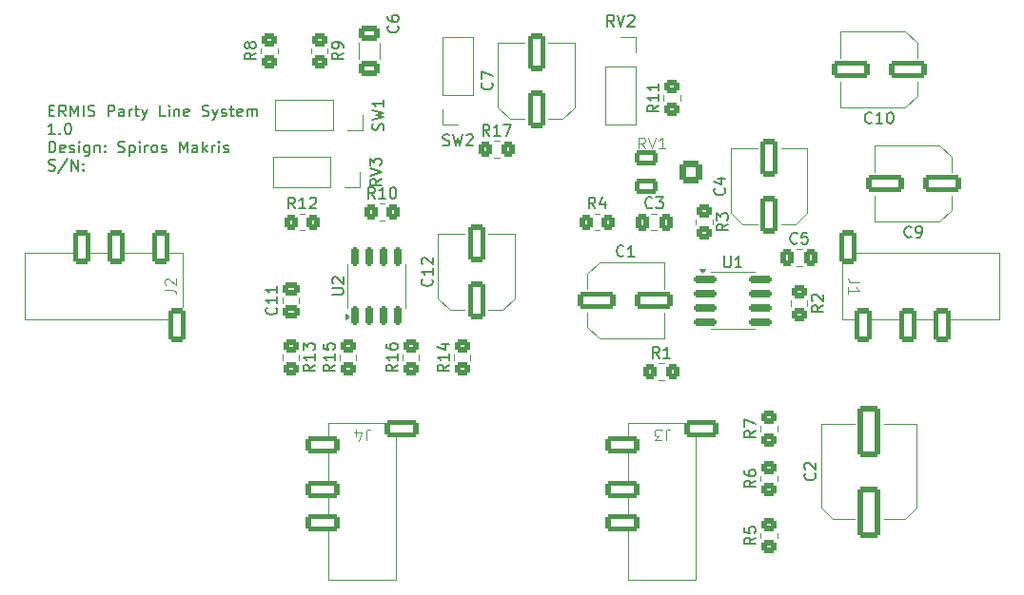
<source format=gbr>
%TF.GenerationSoftware,KiCad,Pcbnew,9.0.2*%
%TF.CreationDate,2025-12-24T14:08:25+02:00*%
%TF.ProjectId,party_line,70617274-795f-46c6-996e-652e6b696361,rev?*%
%TF.SameCoordinates,Original*%
%TF.FileFunction,Legend,Top*%
%TF.FilePolarity,Positive*%
%FSLAX46Y46*%
G04 Gerber Fmt 4.6, Leading zero omitted, Abs format (unit mm)*
G04 Created by KiCad (PCBNEW 9.0.2) date 2025-12-24 14:08:25*
%MOMM*%
%LPD*%
G01*
G04 APERTURE LIST*
G04 Aperture macros list*
%AMRoundRect*
0 Rectangle with rounded corners*
0 $1 Rounding radius*
0 $2 $3 $4 $5 $6 $7 $8 $9 X,Y pos of 4 corners*
0 Add a 4 corners polygon primitive as box body*
4,1,4,$2,$3,$4,$5,$6,$7,$8,$9,$2,$3,0*
0 Add four circle primitives for the rounded corners*
1,1,$1+$1,$2,$3*
1,1,$1+$1,$4,$5*
1,1,$1+$1,$6,$7*
1,1,$1+$1,$8,$9*
0 Add four rect primitives between the rounded corners*
20,1,$1+$1,$2,$3,$4,$5,0*
20,1,$1+$1,$4,$5,$6,$7,0*
20,1,$1+$1,$6,$7,$8,$9,0*
20,1,$1+$1,$8,$9,$2,$3,0*%
G04 Aperture macros list end*
%ADD10C,0.150000*%
%ADD11C,0.100000*%
%ADD12C,0.120000*%
%ADD13RoundRect,0.250000X0.550000X-1.412500X0.550000X1.412500X-0.550000X1.412500X-0.550000X-1.412500X0*%
%ADD14RoundRect,0.225000X-0.525000X1.275000X-0.525000X-1.275000X0.525000X-1.275000X0.525000X1.275000X0*%
%ADD15RoundRect,0.225000X1.275000X0.525000X-1.275000X0.525000X-1.275000X-0.525000X1.275000X-0.525000X0*%
%ADD16RoundRect,0.250000X-0.350000X-0.450000X0.350000X-0.450000X0.350000X0.450000X-0.350000X0.450000X0*%
%ADD17RoundRect,0.250000X0.450000X-0.350000X0.450000X0.350000X-0.450000X0.350000X-0.450000X-0.350000X0*%
%ADD18R,1.700000X1.700000*%
%ADD19C,1.700000*%
%ADD20RoundRect,0.250000X-0.337500X-0.475000X0.337500X-0.475000X0.337500X0.475000X-0.337500X0.475000X0*%
%ADD21RoundRect,0.250000X1.412500X0.550000X-1.412500X0.550000X-1.412500X-0.550000X1.412500X-0.550000X0*%
%ADD22RoundRect,0.150000X0.150000X-0.675000X0.150000X0.675000X-0.150000X0.675000X-0.150000X-0.675000X0*%
%ADD23RoundRect,0.250000X0.650000X-0.412500X0.650000X0.412500X-0.650000X0.412500X-0.650000X-0.412500X0*%
%ADD24RoundRect,0.250000X-0.450000X0.350000X-0.450000X-0.350000X0.450000X-0.350000X0.450000X0.350000X0*%
%ADD25RoundRect,0.250000X-1.412500X-0.550000X1.412500X-0.550000X1.412500X0.550000X-1.412500X0.550000X0*%
%ADD26RoundRect,0.250001X0.799999X-1.999999X0.799999X1.999999X-0.799999X1.999999X-0.799999X-1.999999X0*%
%ADD27RoundRect,0.225000X0.525000X-1.275000X0.525000X1.275000X-0.525000X1.275000X-0.525000X-1.275000X0*%
%ADD28RoundRect,0.195000X0.805000X-0.455000X0.805000X0.455000X-0.805000X0.455000X-0.805000X-0.455000X0*%
%ADD29RoundRect,0.300000X-0.700000X-0.700000X0.700000X-0.700000X0.700000X0.700000X-0.700000X0.700000X0*%
%ADD30RoundRect,0.195000X-0.805000X-0.455000X0.805000X-0.455000X0.805000X0.455000X-0.805000X0.455000X0*%
%ADD31RoundRect,0.250000X0.475000X-0.337500X0.475000X0.337500X-0.475000X0.337500X-0.475000X-0.337500X0*%
%ADD32RoundRect,0.150000X-0.825000X-0.150000X0.825000X-0.150000X0.825000X0.150000X-0.825000X0.150000X0*%
G04 APERTURE END LIST*
D10*
X92792779Y-70716177D02*
X93126112Y-70716177D01*
X93268969Y-71239987D02*
X92792779Y-71239987D01*
X92792779Y-71239987D02*
X92792779Y-70239987D01*
X92792779Y-70239987D02*
X93268969Y-70239987D01*
X94268969Y-71239987D02*
X93935636Y-70763796D01*
X93697541Y-71239987D02*
X93697541Y-70239987D01*
X93697541Y-70239987D02*
X94078493Y-70239987D01*
X94078493Y-70239987D02*
X94173731Y-70287606D01*
X94173731Y-70287606D02*
X94221350Y-70335225D01*
X94221350Y-70335225D02*
X94268969Y-70430463D01*
X94268969Y-70430463D02*
X94268969Y-70573320D01*
X94268969Y-70573320D02*
X94221350Y-70668558D01*
X94221350Y-70668558D02*
X94173731Y-70716177D01*
X94173731Y-70716177D02*
X94078493Y-70763796D01*
X94078493Y-70763796D02*
X93697541Y-70763796D01*
X94697541Y-71239987D02*
X94697541Y-70239987D01*
X94697541Y-70239987D02*
X95030874Y-70954272D01*
X95030874Y-70954272D02*
X95364207Y-70239987D01*
X95364207Y-70239987D02*
X95364207Y-71239987D01*
X95840398Y-71239987D02*
X95840398Y-70239987D01*
X96268969Y-71192368D02*
X96411826Y-71239987D01*
X96411826Y-71239987D02*
X96649921Y-71239987D01*
X96649921Y-71239987D02*
X96745159Y-71192368D01*
X96745159Y-71192368D02*
X96792778Y-71144748D01*
X96792778Y-71144748D02*
X96840397Y-71049510D01*
X96840397Y-71049510D02*
X96840397Y-70954272D01*
X96840397Y-70954272D02*
X96792778Y-70859034D01*
X96792778Y-70859034D02*
X96745159Y-70811415D01*
X96745159Y-70811415D02*
X96649921Y-70763796D01*
X96649921Y-70763796D02*
X96459445Y-70716177D01*
X96459445Y-70716177D02*
X96364207Y-70668558D01*
X96364207Y-70668558D02*
X96316588Y-70620939D01*
X96316588Y-70620939D02*
X96268969Y-70525701D01*
X96268969Y-70525701D02*
X96268969Y-70430463D01*
X96268969Y-70430463D02*
X96316588Y-70335225D01*
X96316588Y-70335225D02*
X96364207Y-70287606D01*
X96364207Y-70287606D02*
X96459445Y-70239987D01*
X96459445Y-70239987D02*
X96697540Y-70239987D01*
X96697540Y-70239987D02*
X96840397Y-70287606D01*
X98030874Y-71239987D02*
X98030874Y-70239987D01*
X98030874Y-70239987D02*
X98411826Y-70239987D01*
X98411826Y-70239987D02*
X98507064Y-70287606D01*
X98507064Y-70287606D02*
X98554683Y-70335225D01*
X98554683Y-70335225D02*
X98602302Y-70430463D01*
X98602302Y-70430463D02*
X98602302Y-70573320D01*
X98602302Y-70573320D02*
X98554683Y-70668558D01*
X98554683Y-70668558D02*
X98507064Y-70716177D01*
X98507064Y-70716177D02*
X98411826Y-70763796D01*
X98411826Y-70763796D02*
X98030874Y-70763796D01*
X99459445Y-71239987D02*
X99459445Y-70716177D01*
X99459445Y-70716177D02*
X99411826Y-70620939D01*
X99411826Y-70620939D02*
X99316588Y-70573320D01*
X99316588Y-70573320D02*
X99126112Y-70573320D01*
X99126112Y-70573320D02*
X99030874Y-70620939D01*
X99459445Y-71192368D02*
X99364207Y-71239987D01*
X99364207Y-71239987D02*
X99126112Y-71239987D01*
X99126112Y-71239987D02*
X99030874Y-71192368D01*
X99030874Y-71192368D02*
X98983255Y-71097129D01*
X98983255Y-71097129D02*
X98983255Y-71001891D01*
X98983255Y-71001891D02*
X99030874Y-70906653D01*
X99030874Y-70906653D02*
X99126112Y-70859034D01*
X99126112Y-70859034D02*
X99364207Y-70859034D01*
X99364207Y-70859034D02*
X99459445Y-70811415D01*
X99935636Y-71239987D02*
X99935636Y-70573320D01*
X99935636Y-70763796D02*
X99983255Y-70668558D01*
X99983255Y-70668558D02*
X100030874Y-70620939D01*
X100030874Y-70620939D02*
X100126112Y-70573320D01*
X100126112Y-70573320D02*
X100221350Y-70573320D01*
X100411827Y-70573320D02*
X100792779Y-70573320D01*
X100554684Y-70239987D02*
X100554684Y-71097129D01*
X100554684Y-71097129D02*
X100602303Y-71192368D01*
X100602303Y-71192368D02*
X100697541Y-71239987D01*
X100697541Y-71239987D02*
X100792779Y-71239987D01*
X101030875Y-70573320D02*
X101268970Y-71239987D01*
X101507065Y-70573320D02*
X101268970Y-71239987D01*
X101268970Y-71239987D02*
X101173732Y-71478082D01*
X101173732Y-71478082D02*
X101126113Y-71525701D01*
X101126113Y-71525701D02*
X101030875Y-71573320D01*
X103126113Y-71239987D02*
X102649923Y-71239987D01*
X102649923Y-71239987D02*
X102649923Y-70239987D01*
X103459447Y-71239987D02*
X103459447Y-70573320D01*
X103459447Y-70239987D02*
X103411828Y-70287606D01*
X103411828Y-70287606D02*
X103459447Y-70335225D01*
X103459447Y-70335225D02*
X103507066Y-70287606D01*
X103507066Y-70287606D02*
X103459447Y-70239987D01*
X103459447Y-70239987D02*
X103459447Y-70335225D01*
X103935637Y-70573320D02*
X103935637Y-71239987D01*
X103935637Y-70668558D02*
X103983256Y-70620939D01*
X103983256Y-70620939D02*
X104078494Y-70573320D01*
X104078494Y-70573320D02*
X104221351Y-70573320D01*
X104221351Y-70573320D02*
X104316589Y-70620939D01*
X104316589Y-70620939D02*
X104364208Y-70716177D01*
X104364208Y-70716177D02*
X104364208Y-71239987D01*
X105221351Y-71192368D02*
X105126113Y-71239987D01*
X105126113Y-71239987D02*
X104935637Y-71239987D01*
X104935637Y-71239987D02*
X104840399Y-71192368D01*
X104840399Y-71192368D02*
X104792780Y-71097129D01*
X104792780Y-71097129D02*
X104792780Y-70716177D01*
X104792780Y-70716177D02*
X104840399Y-70620939D01*
X104840399Y-70620939D02*
X104935637Y-70573320D01*
X104935637Y-70573320D02*
X105126113Y-70573320D01*
X105126113Y-70573320D02*
X105221351Y-70620939D01*
X105221351Y-70620939D02*
X105268970Y-70716177D01*
X105268970Y-70716177D02*
X105268970Y-70811415D01*
X105268970Y-70811415D02*
X104792780Y-70906653D01*
X106411828Y-71192368D02*
X106554685Y-71239987D01*
X106554685Y-71239987D02*
X106792780Y-71239987D01*
X106792780Y-71239987D02*
X106888018Y-71192368D01*
X106888018Y-71192368D02*
X106935637Y-71144748D01*
X106935637Y-71144748D02*
X106983256Y-71049510D01*
X106983256Y-71049510D02*
X106983256Y-70954272D01*
X106983256Y-70954272D02*
X106935637Y-70859034D01*
X106935637Y-70859034D02*
X106888018Y-70811415D01*
X106888018Y-70811415D02*
X106792780Y-70763796D01*
X106792780Y-70763796D02*
X106602304Y-70716177D01*
X106602304Y-70716177D02*
X106507066Y-70668558D01*
X106507066Y-70668558D02*
X106459447Y-70620939D01*
X106459447Y-70620939D02*
X106411828Y-70525701D01*
X106411828Y-70525701D02*
X106411828Y-70430463D01*
X106411828Y-70430463D02*
X106459447Y-70335225D01*
X106459447Y-70335225D02*
X106507066Y-70287606D01*
X106507066Y-70287606D02*
X106602304Y-70239987D01*
X106602304Y-70239987D02*
X106840399Y-70239987D01*
X106840399Y-70239987D02*
X106983256Y-70287606D01*
X107316590Y-70573320D02*
X107554685Y-71239987D01*
X107792780Y-70573320D02*
X107554685Y-71239987D01*
X107554685Y-71239987D02*
X107459447Y-71478082D01*
X107459447Y-71478082D02*
X107411828Y-71525701D01*
X107411828Y-71525701D02*
X107316590Y-71573320D01*
X108126114Y-71192368D02*
X108221352Y-71239987D01*
X108221352Y-71239987D02*
X108411828Y-71239987D01*
X108411828Y-71239987D02*
X108507066Y-71192368D01*
X108507066Y-71192368D02*
X108554685Y-71097129D01*
X108554685Y-71097129D02*
X108554685Y-71049510D01*
X108554685Y-71049510D02*
X108507066Y-70954272D01*
X108507066Y-70954272D02*
X108411828Y-70906653D01*
X108411828Y-70906653D02*
X108268971Y-70906653D01*
X108268971Y-70906653D02*
X108173733Y-70859034D01*
X108173733Y-70859034D02*
X108126114Y-70763796D01*
X108126114Y-70763796D02*
X108126114Y-70716177D01*
X108126114Y-70716177D02*
X108173733Y-70620939D01*
X108173733Y-70620939D02*
X108268971Y-70573320D01*
X108268971Y-70573320D02*
X108411828Y-70573320D01*
X108411828Y-70573320D02*
X108507066Y-70620939D01*
X108840400Y-70573320D02*
X109221352Y-70573320D01*
X108983257Y-70239987D02*
X108983257Y-71097129D01*
X108983257Y-71097129D02*
X109030876Y-71192368D01*
X109030876Y-71192368D02*
X109126114Y-71239987D01*
X109126114Y-71239987D02*
X109221352Y-71239987D01*
X109935638Y-71192368D02*
X109840400Y-71239987D01*
X109840400Y-71239987D02*
X109649924Y-71239987D01*
X109649924Y-71239987D02*
X109554686Y-71192368D01*
X109554686Y-71192368D02*
X109507067Y-71097129D01*
X109507067Y-71097129D02*
X109507067Y-70716177D01*
X109507067Y-70716177D02*
X109554686Y-70620939D01*
X109554686Y-70620939D02*
X109649924Y-70573320D01*
X109649924Y-70573320D02*
X109840400Y-70573320D01*
X109840400Y-70573320D02*
X109935638Y-70620939D01*
X109935638Y-70620939D02*
X109983257Y-70716177D01*
X109983257Y-70716177D02*
X109983257Y-70811415D01*
X109983257Y-70811415D02*
X109507067Y-70906653D01*
X110411829Y-71239987D02*
X110411829Y-70573320D01*
X110411829Y-70668558D02*
X110459448Y-70620939D01*
X110459448Y-70620939D02*
X110554686Y-70573320D01*
X110554686Y-70573320D02*
X110697543Y-70573320D01*
X110697543Y-70573320D02*
X110792781Y-70620939D01*
X110792781Y-70620939D02*
X110840400Y-70716177D01*
X110840400Y-70716177D02*
X110840400Y-71239987D01*
X110840400Y-70716177D02*
X110888019Y-70620939D01*
X110888019Y-70620939D02*
X110983257Y-70573320D01*
X110983257Y-70573320D02*
X111126114Y-70573320D01*
X111126114Y-70573320D02*
X111221353Y-70620939D01*
X111221353Y-70620939D02*
X111268972Y-70716177D01*
X111268972Y-70716177D02*
X111268972Y-71239987D01*
X93316588Y-72849931D02*
X92745160Y-72849931D01*
X93030874Y-72849931D02*
X93030874Y-71849931D01*
X93030874Y-71849931D02*
X92935636Y-71992788D01*
X92935636Y-71992788D02*
X92840398Y-72088026D01*
X92840398Y-72088026D02*
X92745160Y-72135645D01*
X93745160Y-72754692D02*
X93792779Y-72802312D01*
X93792779Y-72802312D02*
X93745160Y-72849931D01*
X93745160Y-72849931D02*
X93697541Y-72802312D01*
X93697541Y-72802312D02*
X93745160Y-72754692D01*
X93745160Y-72754692D02*
X93745160Y-72849931D01*
X94411826Y-71849931D02*
X94507064Y-71849931D01*
X94507064Y-71849931D02*
X94602302Y-71897550D01*
X94602302Y-71897550D02*
X94649921Y-71945169D01*
X94649921Y-71945169D02*
X94697540Y-72040407D01*
X94697540Y-72040407D02*
X94745159Y-72230883D01*
X94745159Y-72230883D02*
X94745159Y-72468978D01*
X94745159Y-72468978D02*
X94697540Y-72659454D01*
X94697540Y-72659454D02*
X94649921Y-72754692D01*
X94649921Y-72754692D02*
X94602302Y-72802312D01*
X94602302Y-72802312D02*
X94507064Y-72849931D01*
X94507064Y-72849931D02*
X94411826Y-72849931D01*
X94411826Y-72849931D02*
X94316588Y-72802312D01*
X94316588Y-72802312D02*
X94268969Y-72754692D01*
X94268969Y-72754692D02*
X94221350Y-72659454D01*
X94221350Y-72659454D02*
X94173731Y-72468978D01*
X94173731Y-72468978D02*
X94173731Y-72230883D01*
X94173731Y-72230883D02*
X94221350Y-72040407D01*
X94221350Y-72040407D02*
X94268969Y-71945169D01*
X94268969Y-71945169D02*
X94316588Y-71897550D01*
X94316588Y-71897550D02*
X94411826Y-71849931D01*
X92792779Y-74459875D02*
X92792779Y-73459875D01*
X92792779Y-73459875D02*
X93030874Y-73459875D01*
X93030874Y-73459875D02*
X93173731Y-73507494D01*
X93173731Y-73507494D02*
X93268969Y-73602732D01*
X93268969Y-73602732D02*
X93316588Y-73697970D01*
X93316588Y-73697970D02*
X93364207Y-73888446D01*
X93364207Y-73888446D02*
X93364207Y-74031303D01*
X93364207Y-74031303D02*
X93316588Y-74221779D01*
X93316588Y-74221779D02*
X93268969Y-74317017D01*
X93268969Y-74317017D02*
X93173731Y-74412256D01*
X93173731Y-74412256D02*
X93030874Y-74459875D01*
X93030874Y-74459875D02*
X92792779Y-74459875D01*
X94173731Y-74412256D02*
X94078493Y-74459875D01*
X94078493Y-74459875D02*
X93888017Y-74459875D01*
X93888017Y-74459875D02*
X93792779Y-74412256D01*
X93792779Y-74412256D02*
X93745160Y-74317017D01*
X93745160Y-74317017D02*
X93745160Y-73936065D01*
X93745160Y-73936065D02*
X93792779Y-73840827D01*
X93792779Y-73840827D02*
X93888017Y-73793208D01*
X93888017Y-73793208D02*
X94078493Y-73793208D01*
X94078493Y-73793208D02*
X94173731Y-73840827D01*
X94173731Y-73840827D02*
X94221350Y-73936065D01*
X94221350Y-73936065D02*
X94221350Y-74031303D01*
X94221350Y-74031303D02*
X93745160Y-74126541D01*
X94602303Y-74412256D02*
X94697541Y-74459875D01*
X94697541Y-74459875D02*
X94888017Y-74459875D01*
X94888017Y-74459875D02*
X94983255Y-74412256D01*
X94983255Y-74412256D02*
X95030874Y-74317017D01*
X95030874Y-74317017D02*
X95030874Y-74269398D01*
X95030874Y-74269398D02*
X94983255Y-74174160D01*
X94983255Y-74174160D02*
X94888017Y-74126541D01*
X94888017Y-74126541D02*
X94745160Y-74126541D01*
X94745160Y-74126541D02*
X94649922Y-74078922D01*
X94649922Y-74078922D02*
X94602303Y-73983684D01*
X94602303Y-73983684D02*
X94602303Y-73936065D01*
X94602303Y-73936065D02*
X94649922Y-73840827D01*
X94649922Y-73840827D02*
X94745160Y-73793208D01*
X94745160Y-73793208D02*
X94888017Y-73793208D01*
X94888017Y-73793208D02*
X94983255Y-73840827D01*
X95459446Y-74459875D02*
X95459446Y-73793208D01*
X95459446Y-73459875D02*
X95411827Y-73507494D01*
X95411827Y-73507494D02*
X95459446Y-73555113D01*
X95459446Y-73555113D02*
X95507065Y-73507494D01*
X95507065Y-73507494D02*
X95459446Y-73459875D01*
X95459446Y-73459875D02*
X95459446Y-73555113D01*
X96364207Y-73793208D02*
X96364207Y-74602732D01*
X96364207Y-74602732D02*
X96316588Y-74697970D01*
X96316588Y-74697970D02*
X96268969Y-74745589D01*
X96268969Y-74745589D02*
X96173731Y-74793208D01*
X96173731Y-74793208D02*
X96030874Y-74793208D01*
X96030874Y-74793208D02*
X95935636Y-74745589D01*
X96364207Y-74412256D02*
X96268969Y-74459875D01*
X96268969Y-74459875D02*
X96078493Y-74459875D01*
X96078493Y-74459875D02*
X95983255Y-74412256D01*
X95983255Y-74412256D02*
X95935636Y-74364636D01*
X95935636Y-74364636D02*
X95888017Y-74269398D01*
X95888017Y-74269398D02*
X95888017Y-73983684D01*
X95888017Y-73983684D02*
X95935636Y-73888446D01*
X95935636Y-73888446D02*
X95983255Y-73840827D01*
X95983255Y-73840827D02*
X96078493Y-73793208D01*
X96078493Y-73793208D02*
X96268969Y-73793208D01*
X96268969Y-73793208D02*
X96364207Y-73840827D01*
X96840398Y-73793208D02*
X96840398Y-74459875D01*
X96840398Y-73888446D02*
X96888017Y-73840827D01*
X96888017Y-73840827D02*
X96983255Y-73793208D01*
X96983255Y-73793208D02*
X97126112Y-73793208D01*
X97126112Y-73793208D02*
X97221350Y-73840827D01*
X97221350Y-73840827D02*
X97268969Y-73936065D01*
X97268969Y-73936065D02*
X97268969Y-74459875D01*
X97745160Y-74364636D02*
X97792779Y-74412256D01*
X97792779Y-74412256D02*
X97745160Y-74459875D01*
X97745160Y-74459875D02*
X97697541Y-74412256D01*
X97697541Y-74412256D02*
X97745160Y-74364636D01*
X97745160Y-74364636D02*
X97745160Y-74459875D01*
X97745160Y-73840827D02*
X97792779Y-73888446D01*
X97792779Y-73888446D02*
X97745160Y-73936065D01*
X97745160Y-73936065D02*
X97697541Y-73888446D01*
X97697541Y-73888446D02*
X97745160Y-73840827D01*
X97745160Y-73840827D02*
X97745160Y-73936065D01*
X98935636Y-74412256D02*
X99078493Y-74459875D01*
X99078493Y-74459875D02*
X99316588Y-74459875D01*
X99316588Y-74459875D02*
X99411826Y-74412256D01*
X99411826Y-74412256D02*
X99459445Y-74364636D01*
X99459445Y-74364636D02*
X99507064Y-74269398D01*
X99507064Y-74269398D02*
X99507064Y-74174160D01*
X99507064Y-74174160D02*
X99459445Y-74078922D01*
X99459445Y-74078922D02*
X99411826Y-74031303D01*
X99411826Y-74031303D02*
X99316588Y-73983684D01*
X99316588Y-73983684D02*
X99126112Y-73936065D01*
X99126112Y-73936065D02*
X99030874Y-73888446D01*
X99030874Y-73888446D02*
X98983255Y-73840827D01*
X98983255Y-73840827D02*
X98935636Y-73745589D01*
X98935636Y-73745589D02*
X98935636Y-73650351D01*
X98935636Y-73650351D02*
X98983255Y-73555113D01*
X98983255Y-73555113D02*
X99030874Y-73507494D01*
X99030874Y-73507494D02*
X99126112Y-73459875D01*
X99126112Y-73459875D02*
X99364207Y-73459875D01*
X99364207Y-73459875D02*
X99507064Y-73507494D01*
X99935636Y-73793208D02*
X99935636Y-74793208D01*
X99935636Y-73840827D02*
X100030874Y-73793208D01*
X100030874Y-73793208D02*
X100221350Y-73793208D01*
X100221350Y-73793208D02*
X100316588Y-73840827D01*
X100316588Y-73840827D02*
X100364207Y-73888446D01*
X100364207Y-73888446D02*
X100411826Y-73983684D01*
X100411826Y-73983684D02*
X100411826Y-74269398D01*
X100411826Y-74269398D02*
X100364207Y-74364636D01*
X100364207Y-74364636D02*
X100316588Y-74412256D01*
X100316588Y-74412256D02*
X100221350Y-74459875D01*
X100221350Y-74459875D02*
X100030874Y-74459875D01*
X100030874Y-74459875D02*
X99935636Y-74412256D01*
X100840398Y-74459875D02*
X100840398Y-73793208D01*
X100840398Y-73459875D02*
X100792779Y-73507494D01*
X100792779Y-73507494D02*
X100840398Y-73555113D01*
X100840398Y-73555113D02*
X100888017Y-73507494D01*
X100888017Y-73507494D02*
X100840398Y-73459875D01*
X100840398Y-73459875D02*
X100840398Y-73555113D01*
X101316588Y-74459875D02*
X101316588Y-73793208D01*
X101316588Y-73983684D02*
X101364207Y-73888446D01*
X101364207Y-73888446D02*
X101411826Y-73840827D01*
X101411826Y-73840827D02*
X101507064Y-73793208D01*
X101507064Y-73793208D02*
X101602302Y-73793208D01*
X102078493Y-74459875D02*
X101983255Y-74412256D01*
X101983255Y-74412256D02*
X101935636Y-74364636D01*
X101935636Y-74364636D02*
X101888017Y-74269398D01*
X101888017Y-74269398D02*
X101888017Y-73983684D01*
X101888017Y-73983684D02*
X101935636Y-73888446D01*
X101935636Y-73888446D02*
X101983255Y-73840827D01*
X101983255Y-73840827D02*
X102078493Y-73793208D01*
X102078493Y-73793208D02*
X102221350Y-73793208D01*
X102221350Y-73793208D02*
X102316588Y-73840827D01*
X102316588Y-73840827D02*
X102364207Y-73888446D01*
X102364207Y-73888446D02*
X102411826Y-73983684D01*
X102411826Y-73983684D02*
X102411826Y-74269398D01*
X102411826Y-74269398D02*
X102364207Y-74364636D01*
X102364207Y-74364636D02*
X102316588Y-74412256D01*
X102316588Y-74412256D02*
X102221350Y-74459875D01*
X102221350Y-74459875D02*
X102078493Y-74459875D01*
X102792779Y-74412256D02*
X102888017Y-74459875D01*
X102888017Y-74459875D02*
X103078493Y-74459875D01*
X103078493Y-74459875D02*
X103173731Y-74412256D01*
X103173731Y-74412256D02*
X103221350Y-74317017D01*
X103221350Y-74317017D02*
X103221350Y-74269398D01*
X103221350Y-74269398D02*
X103173731Y-74174160D01*
X103173731Y-74174160D02*
X103078493Y-74126541D01*
X103078493Y-74126541D02*
X102935636Y-74126541D01*
X102935636Y-74126541D02*
X102840398Y-74078922D01*
X102840398Y-74078922D02*
X102792779Y-73983684D01*
X102792779Y-73983684D02*
X102792779Y-73936065D01*
X102792779Y-73936065D02*
X102840398Y-73840827D01*
X102840398Y-73840827D02*
X102935636Y-73793208D01*
X102935636Y-73793208D02*
X103078493Y-73793208D01*
X103078493Y-73793208D02*
X103173731Y-73840827D01*
X104411827Y-74459875D02*
X104411827Y-73459875D01*
X104411827Y-73459875D02*
X104745160Y-74174160D01*
X104745160Y-74174160D02*
X105078493Y-73459875D01*
X105078493Y-73459875D02*
X105078493Y-74459875D01*
X105983255Y-74459875D02*
X105983255Y-73936065D01*
X105983255Y-73936065D02*
X105935636Y-73840827D01*
X105935636Y-73840827D02*
X105840398Y-73793208D01*
X105840398Y-73793208D02*
X105649922Y-73793208D01*
X105649922Y-73793208D02*
X105554684Y-73840827D01*
X105983255Y-74412256D02*
X105888017Y-74459875D01*
X105888017Y-74459875D02*
X105649922Y-74459875D01*
X105649922Y-74459875D02*
X105554684Y-74412256D01*
X105554684Y-74412256D02*
X105507065Y-74317017D01*
X105507065Y-74317017D02*
X105507065Y-74221779D01*
X105507065Y-74221779D02*
X105554684Y-74126541D01*
X105554684Y-74126541D02*
X105649922Y-74078922D01*
X105649922Y-74078922D02*
X105888017Y-74078922D01*
X105888017Y-74078922D02*
X105983255Y-74031303D01*
X106459446Y-74459875D02*
X106459446Y-73459875D01*
X106554684Y-74078922D02*
X106840398Y-74459875D01*
X106840398Y-73793208D02*
X106459446Y-74174160D01*
X107268970Y-74459875D02*
X107268970Y-73793208D01*
X107268970Y-73983684D02*
X107316589Y-73888446D01*
X107316589Y-73888446D02*
X107364208Y-73840827D01*
X107364208Y-73840827D02*
X107459446Y-73793208D01*
X107459446Y-73793208D02*
X107554684Y-73793208D01*
X107888018Y-74459875D02*
X107888018Y-73793208D01*
X107888018Y-73459875D02*
X107840399Y-73507494D01*
X107840399Y-73507494D02*
X107888018Y-73555113D01*
X107888018Y-73555113D02*
X107935637Y-73507494D01*
X107935637Y-73507494D02*
X107888018Y-73459875D01*
X107888018Y-73459875D02*
X107888018Y-73555113D01*
X108316589Y-74412256D02*
X108411827Y-74459875D01*
X108411827Y-74459875D02*
X108602303Y-74459875D01*
X108602303Y-74459875D02*
X108697541Y-74412256D01*
X108697541Y-74412256D02*
X108745160Y-74317017D01*
X108745160Y-74317017D02*
X108745160Y-74269398D01*
X108745160Y-74269398D02*
X108697541Y-74174160D01*
X108697541Y-74174160D02*
X108602303Y-74126541D01*
X108602303Y-74126541D02*
X108459446Y-74126541D01*
X108459446Y-74126541D02*
X108364208Y-74078922D01*
X108364208Y-74078922D02*
X108316589Y-73983684D01*
X108316589Y-73983684D02*
X108316589Y-73936065D01*
X108316589Y-73936065D02*
X108364208Y-73840827D01*
X108364208Y-73840827D02*
X108459446Y-73793208D01*
X108459446Y-73793208D02*
X108602303Y-73793208D01*
X108602303Y-73793208D02*
X108697541Y-73840827D01*
X92745160Y-76022200D02*
X92888017Y-76069819D01*
X92888017Y-76069819D02*
X93126112Y-76069819D01*
X93126112Y-76069819D02*
X93221350Y-76022200D01*
X93221350Y-76022200D02*
X93268969Y-75974580D01*
X93268969Y-75974580D02*
X93316588Y-75879342D01*
X93316588Y-75879342D02*
X93316588Y-75784104D01*
X93316588Y-75784104D02*
X93268969Y-75688866D01*
X93268969Y-75688866D02*
X93221350Y-75641247D01*
X93221350Y-75641247D02*
X93126112Y-75593628D01*
X93126112Y-75593628D02*
X92935636Y-75546009D01*
X92935636Y-75546009D02*
X92840398Y-75498390D01*
X92840398Y-75498390D02*
X92792779Y-75450771D01*
X92792779Y-75450771D02*
X92745160Y-75355533D01*
X92745160Y-75355533D02*
X92745160Y-75260295D01*
X92745160Y-75260295D02*
X92792779Y-75165057D01*
X92792779Y-75165057D02*
X92840398Y-75117438D01*
X92840398Y-75117438D02*
X92935636Y-75069819D01*
X92935636Y-75069819D02*
X93173731Y-75069819D01*
X93173731Y-75069819D02*
X93316588Y-75117438D01*
X94459445Y-75022200D02*
X93602303Y-76307914D01*
X94792779Y-76069819D02*
X94792779Y-75069819D01*
X94792779Y-75069819D02*
X95364207Y-76069819D01*
X95364207Y-76069819D02*
X95364207Y-75069819D01*
X95840398Y-75974580D02*
X95888017Y-76022200D01*
X95888017Y-76022200D02*
X95840398Y-76069819D01*
X95840398Y-76069819D02*
X95792779Y-76022200D01*
X95792779Y-76022200D02*
X95840398Y-75974580D01*
X95840398Y-75974580D02*
X95840398Y-76069819D01*
X95840398Y-75450771D02*
X95888017Y-75498390D01*
X95888017Y-75498390D02*
X95840398Y-75546009D01*
X95840398Y-75546009D02*
X95792779Y-75498390D01*
X95792779Y-75498390D02*
X95840398Y-75450771D01*
X95840398Y-75450771D02*
X95840398Y-75546009D01*
X152854580Y-77636666D02*
X152902200Y-77684285D01*
X152902200Y-77684285D02*
X152949819Y-77827142D01*
X152949819Y-77827142D02*
X152949819Y-77922380D01*
X152949819Y-77922380D02*
X152902200Y-78065237D01*
X152902200Y-78065237D02*
X152806961Y-78160475D01*
X152806961Y-78160475D02*
X152711723Y-78208094D01*
X152711723Y-78208094D02*
X152521247Y-78255713D01*
X152521247Y-78255713D02*
X152378390Y-78255713D01*
X152378390Y-78255713D02*
X152187914Y-78208094D01*
X152187914Y-78208094D02*
X152092676Y-78160475D01*
X152092676Y-78160475D02*
X151997438Y-78065237D01*
X151997438Y-78065237D02*
X151949819Y-77922380D01*
X151949819Y-77922380D02*
X151949819Y-77827142D01*
X151949819Y-77827142D02*
X151997438Y-77684285D01*
X151997438Y-77684285D02*
X152045057Y-77636666D01*
X152283152Y-76779523D02*
X152949819Y-76779523D01*
X151902200Y-77017618D02*
X152616485Y-77255713D01*
X152616485Y-77255713D02*
X152616485Y-76636666D01*
D11*
X164872580Y-86026666D02*
X164158295Y-86026666D01*
X164158295Y-86026666D02*
X164015438Y-85979047D01*
X164015438Y-85979047D02*
X163920200Y-85883809D01*
X163920200Y-85883809D02*
X163872580Y-85740952D01*
X163872580Y-85740952D02*
X163872580Y-85645714D01*
X163872580Y-87026666D02*
X163872580Y-86455238D01*
X163872580Y-86740952D02*
X164872580Y-86740952D01*
X164872580Y-86740952D02*
X164729723Y-86645714D01*
X164729723Y-86645714D02*
X164634485Y-86550476D01*
X164634485Y-86550476D02*
X164586866Y-86455238D01*
X120983333Y-100102580D02*
X120983333Y-99388295D01*
X120983333Y-99388295D02*
X121030952Y-99245438D01*
X121030952Y-99245438D02*
X121126190Y-99150200D01*
X121126190Y-99150200D02*
X121269047Y-99102580D01*
X121269047Y-99102580D02*
X121364285Y-99102580D01*
X120078571Y-99769247D02*
X120078571Y-99102580D01*
X120316666Y-100150200D02*
X120554761Y-99435914D01*
X120554761Y-99435914D02*
X119935714Y-99435914D01*
D10*
X131961142Y-72972819D02*
X131627809Y-72496628D01*
X131389714Y-72972819D02*
X131389714Y-71972819D01*
X131389714Y-71972819D02*
X131770666Y-71972819D01*
X131770666Y-71972819D02*
X131865904Y-72020438D01*
X131865904Y-72020438D02*
X131913523Y-72068057D01*
X131913523Y-72068057D02*
X131961142Y-72163295D01*
X131961142Y-72163295D02*
X131961142Y-72306152D01*
X131961142Y-72306152D02*
X131913523Y-72401390D01*
X131913523Y-72401390D02*
X131865904Y-72449009D01*
X131865904Y-72449009D02*
X131770666Y-72496628D01*
X131770666Y-72496628D02*
X131389714Y-72496628D01*
X132913523Y-72972819D02*
X132342095Y-72972819D01*
X132627809Y-72972819D02*
X132627809Y-71972819D01*
X132627809Y-71972819D02*
X132532571Y-72115676D01*
X132532571Y-72115676D02*
X132437333Y-72210914D01*
X132437333Y-72210914D02*
X132342095Y-72258533D01*
X133246857Y-71972819D02*
X133913523Y-71972819D01*
X133913523Y-71972819D02*
X133484952Y-72972819D01*
X128344819Y-93352857D02*
X127868628Y-93686190D01*
X128344819Y-93924285D02*
X127344819Y-93924285D01*
X127344819Y-93924285D02*
X127344819Y-93543333D01*
X127344819Y-93543333D02*
X127392438Y-93448095D01*
X127392438Y-93448095D02*
X127440057Y-93400476D01*
X127440057Y-93400476D02*
X127535295Y-93352857D01*
X127535295Y-93352857D02*
X127678152Y-93352857D01*
X127678152Y-93352857D02*
X127773390Y-93400476D01*
X127773390Y-93400476D02*
X127821009Y-93448095D01*
X127821009Y-93448095D02*
X127868628Y-93543333D01*
X127868628Y-93543333D02*
X127868628Y-93924285D01*
X128344819Y-92400476D02*
X128344819Y-92971904D01*
X128344819Y-92686190D02*
X127344819Y-92686190D01*
X127344819Y-92686190D02*
X127487676Y-92781428D01*
X127487676Y-92781428D02*
X127582914Y-92876666D01*
X127582914Y-92876666D02*
X127630533Y-92971904D01*
X127678152Y-91543333D02*
X128344819Y-91543333D01*
X127297200Y-91781428D02*
X128011485Y-92019523D01*
X128011485Y-92019523D02*
X128011485Y-91400476D01*
X118184819Y-93352857D02*
X117708628Y-93686190D01*
X118184819Y-93924285D02*
X117184819Y-93924285D01*
X117184819Y-93924285D02*
X117184819Y-93543333D01*
X117184819Y-93543333D02*
X117232438Y-93448095D01*
X117232438Y-93448095D02*
X117280057Y-93400476D01*
X117280057Y-93400476D02*
X117375295Y-93352857D01*
X117375295Y-93352857D02*
X117518152Y-93352857D01*
X117518152Y-93352857D02*
X117613390Y-93400476D01*
X117613390Y-93400476D02*
X117661009Y-93448095D01*
X117661009Y-93448095D02*
X117708628Y-93543333D01*
X117708628Y-93543333D02*
X117708628Y-93924285D01*
X118184819Y-92400476D02*
X118184819Y-92971904D01*
X118184819Y-92686190D02*
X117184819Y-92686190D01*
X117184819Y-92686190D02*
X117327676Y-92781428D01*
X117327676Y-92781428D02*
X117422914Y-92876666D01*
X117422914Y-92876666D02*
X117470533Y-92971904D01*
X117184819Y-91495714D02*
X117184819Y-91971904D01*
X117184819Y-91971904D02*
X117661009Y-92019523D01*
X117661009Y-92019523D02*
X117613390Y-91971904D01*
X117613390Y-91971904D02*
X117565771Y-91876666D01*
X117565771Y-91876666D02*
X117565771Y-91638571D01*
X117565771Y-91638571D02*
X117613390Y-91543333D01*
X117613390Y-91543333D02*
X117661009Y-91495714D01*
X117661009Y-91495714D02*
X117756247Y-91448095D01*
X117756247Y-91448095D02*
X117994342Y-91448095D01*
X117994342Y-91448095D02*
X118089580Y-91495714D01*
X118089580Y-91495714D02*
X118137200Y-91543333D01*
X118137200Y-91543333D02*
X118184819Y-91638571D01*
X118184819Y-91638571D02*
X118184819Y-91876666D01*
X118184819Y-91876666D02*
X118137200Y-91971904D01*
X118137200Y-91971904D02*
X118089580Y-92019523D01*
D11*
X147653333Y-100102580D02*
X147653333Y-99388295D01*
X147653333Y-99388295D02*
X147700952Y-99245438D01*
X147700952Y-99245438D02*
X147796190Y-99150200D01*
X147796190Y-99150200D02*
X147939047Y-99102580D01*
X147939047Y-99102580D02*
X148034285Y-99102580D01*
X147272380Y-100102580D02*
X146653333Y-100102580D01*
X146653333Y-100102580D02*
X146986666Y-99721628D01*
X146986666Y-99721628D02*
X146843809Y-99721628D01*
X146843809Y-99721628D02*
X146748571Y-99674009D01*
X146748571Y-99674009D02*
X146700952Y-99626390D01*
X146700952Y-99626390D02*
X146653333Y-99531152D01*
X146653333Y-99531152D02*
X146653333Y-99293057D01*
X146653333Y-99293057D02*
X146700952Y-99197819D01*
X146700952Y-99197819D02*
X146748571Y-99150200D01*
X146748571Y-99150200D02*
X146843809Y-99102580D01*
X146843809Y-99102580D02*
X147129523Y-99102580D01*
X147129523Y-99102580D02*
X147224761Y-99150200D01*
X147224761Y-99150200D02*
X147272380Y-99197819D01*
D10*
X122334819Y-76795238D02*
X121858628Y-77128571D01*
X122334819Y-77366666D02*
X121334819Y-77366666D01*
X121334819Y-77366666D02*
X121334819Y-76985714D01*
X121334819Y-76985714D02*
X121382438Y-76890476D01*
X121382438Y-76890476D02*
X121430057Y-76842857D01*
X121430057Y-76842857D02*
X121525295Y-76795238D01*
X121525295Y-76795238D02*
X121668152Y-76795238D01*
X121668152Y-76795238D02*
X121763390Y-76842857D01*
X121763390Y-76842857D02*
X121811009Y-76890476D01*
X121811009Y-76890476D02*
X121858628Y-76985714D01*
X121858628Y-76985714D02*
X121858628Y-77366666D01*
X121334819Y-76509523D02*
X122334819Y-76176190D01*
X122334819Y-76176190D02*
X121334819Y-75842857D01*
X121334819Y-75604761D02*
X121334819Y-74985714D01*
X121334819Y-74985714D02*
X121715771Y-75319047D01*
X121715771Y-75319047D02*
X121715771Y-75176190D01*
X121715771Y-75176190D02*
X121763390Y-75080952D01*
X121763390Y-75080952D02*
X121811009Y-75033333D01*
X121811009Y-75033333D02*
X121906247Y-74985714D01*
X121906247Y-74985714D02*
X122144342Y-74985714D01*
X122144342Y-74985714D02*
X122239580Y-75033333D01*
X122239580Y-75033333D02*
X122287200Y-75080952D01*
X122287200Y-75080952D02*
X122334819Y-75176190D01*
X122334819Y-75176190D02*
X122334819Y-75461904D01*
X122334819Y-75461904D02*
X122287200Y-75557142D01*
X122287200Y-75557142D02*
X122239580Y-75604761D01*
X146453333Y-79324580D02*
X146405714Y-79372200D01*
X146405714Y-79372200D02*
X146262857Y-79419819D01*
X146262857Y-79419819D02*
X146167619Y-79419819D01*
X146167619Y-79419819D02*
X146024762Y-79372200D01*
X146024762Y-79372200D02*
X145929524Y-79276961D01*
X145929524Y-79276961D02*
X145881905Y-79181723D01*
X145881905Y-79181723D02*
X145834286Y-78991247D01*
X145834286Y-78991247D02*
X145834286Y-78848390D01*
X145834286Y-78848390D02*
X145881905Y-78657914D01*
X145881905Y-78657914D02*
X145929524Y-78562676D01*
X145929524Y-78562676D02*
X146024762Y-78467438D01*
X146024762Y-78467438D02*
X146167619Y-78419819D01*
X146167619Y-78419819D02*
X146262857Y-78419819D01*
X146262857Y-78419819D02*
X146405714Y-78467438D01*
X146405714Y-78467438D02*
X146453333Y-78515057D01*
X146786667Y-78419819D02*
X147405714Y-78419819D01*
X147405714Y-78419819D02*
X147072381Y-78800771D01*
X147072381Y-78800771D02*
X147215238Y-78800771D01*
X147215238Y-78800771D02*
X147310476Y-78848390D01*
X147310476Y-78848390D02*
X147358095Y-78896009D01*
X147358095Y-78896009D02*
X147405714Y-78991247D01*
X147405714Y-78991247D02*
X147405714Y-79229342D01*
X147405714Y-79229342D02*
X147358095Y-79324580D01*
X147358095Y-79324580D02*
X147310476Y-79372200D01*
X147310476Y-79372200D02*
X147215238Y-79419819D01*
X147215238Y-79419819D02*
X146929524Y-79419819D01*
X146929524Y-79419819D02*
X146834286Y-79372200D01*
X146834286Y-79372200D02*
X146786667Y-79324580D01*
X127825667Y-73789200D02*
X127968524Y-73836819D01*
X127968524Y-73836819D02*
X128206619Y-73836819D01*
X128206619Y-73836819D02*
X128301857Y-73789200D01*
X128301857Y-73789200D02*
X128349476Y-73741580D01*
X128349476Y-73741580D02*
X128397095Y-73646342D01*
X128397095Y-73646342D02*
X128397095Y-73551104D01*
X128397095Y-73551104D02*
X128349476Y-73455866D01*
X128349476Y-73455866D02*
X128301857Y-73408247D01*
X128301857Y-73408247D02*
X128206619Y-73360628D01*
X128206619Y-73360628D02*
X128016143Y-73313009D01*
X128016143Y-73313009D02*
X127920905Y-73265390D01*
X127920905Y-73265390D02*
X127873286Y-73217771D01*
X127873286Y-73217771D02*
X127825667Y-73122533D01*
X127825667Y-73122533D02*
X127825667Y-73027295D01*
X127825667Y-73027295D02*
X127873286Y-72932057D01*
X127873286Y-72932057D02*
X127920905Y-72884438D01*
X127920905Y-72884438D02*
X128016143Y-72836819D01*
X128016143Y-72836819D02*
X128254238Y-72836819D01*
X128254238Y-72836819D02*
X128397095Y-72884438D01*
X128730429Y-72836819D02*
X128968524Y-73836819D01*
X128968524Y-73836819D02*
X129159000Y-73122533D01*
X129159000Y-73122533D02*
X129349476Y-73836819D01*
X129349476Y-73836819D02*
X129587572Y-72836819D01*
X129920905Y-72932057D02*
X129968524Y-72884438D01*
X129968524Y-72884438D02*
X130063762Y-72836819D01*
X130063762Y-72836819D02*
X130301857Y-72836819D01*
X130301857Y-72836819D02*
X130397095Y-72884438D01*
X130397095Y-72884438D02*
X130444714Y-72932057D01*
X130444714Y-72932057D02*
X130492333Y-73027295D01*
X130492333Y-73027295D02*
X130492333Y-73122533D01*
X130492333Y-73122533D02*
X130444714Y-73265390D01*
X130444714Y-73265390D02*
X129873286Y-73836819D01*
X129873286Y-73836819D02*
X130492333Y-73836819D01*
X169505333Y-81925580D02*
X169457714Y-81973200D01*
X169457714Y-81973200D02*
X169314857Y-82020819D01*
X169314857Y-82020819D02*
X169219619Y-82020819D01*
X169219619Y-82020819D02*
X169076762Y-81973200D01*
X169076762Y-81973200D02*
X168981524Y-81877961D01*
X168981524Y-81877961D02*
X168933905Y-81782723D01*
X168933905Y-81782723D02*
X168886286Y-81592247D01*
X168886286Y-81592247D02*
X168886286Y-81449390D01*
X168886286Y-81449390D02*
X168933905Y-81258914D01*
X168933905Y-81258914D02*
X168981524Y-81163676D01*
X168981524Y-81163676D02*
X169076762Y-81068438D01*
X169076762Y-81068438D02*
X169219619Y-81020819D01*
X169219619Y-81020819D02*
X169314857Y-81020819D01*
X169314857Y-81020819D02*
X169457714Y-81068438D01*
X169457714Y-81068438D02*
X169505333Y-81116057D01*
X169981524Y-82020819D02*
X170172000Y-82020819D01*
X170172000Y-82020819D02*
X170267238Y-81973200D01*
X170267238Y-81973200D02*
X170314857Y-81925580D01*
X170314857Y-81925580D02*
X170410095Y-81782723D01*
X170410095Y-81782723D02*
X170457714Y-81592247D01*
X170457714Y-81592247D02*
X170457714Y-81211295D01*
X170457714Y-81211295D02*
X170410095Y-81116057D01*
X170410095Y-81116057D02*
X170362476Y-81068438D01*
X170362476Y-81068438D02*
X170267238Y-81020819D01*
X170267238Y-81020819D02*
X170076762Y-81020819D01*
X170076762Y-81020819D02*
X169981524Y-81068438D01*
X169981524Y-81068438D02*
X169933905Y-81116057D01*
X169933905Y-81116057D02*
X169886286Y-81211295D01*
X169886286Y-81211295D02*
X169886286Y-81449390D01*
X169886286Y-81449390D02*
X169933905Y-81544628D01*
X169933905Y-81544628D02*
X169981524Y-81592247D01*
X169981524Y-81592247D02*
X170076762Y-81639866D01*
X170076762Y-81639866D02*
X170267238Y-81639866D01*
X170267238Y-81639866D02*
X170362476Y-81592247D01*
X170362476Y-81592247D02*
X170410095Y-81544628D01*
X170410095Y-81544628D02*
X170457714Y-81449390D01*
X121769142Y-78560819D02*
X121435809Y-78084628D01*
X121197714Y-78560819D02*
X121197714Y-77560819D01*
X121197714Y-77560819D02*
X121578666Y-77560819D01*
X121578666Y-77560819D02*
X121673904Y-77608438D01*
X121673904Y-77608438D02*
X121721523Y-77656057D01*
X121721523Y-77656057D02*
X121769142Y-77751295D01*
X121769142Y-77751295D02*
X121769142Y-77894152D01*
X121769142Y-77894152D02*
X121721523Y-77989390D01*
X121721523Y-77989390D02*
X121673904Y-78037009D01*
X121673904Y-78037009D02*
X121578666Y-78084628D01*
X121578666Y-78084628D02*
X121197714Y-78084628D01*
X122721523Y-78560819D02*
X122150095Y-78560819D01*
X122435809Y-78560819D02*
X122435809Y-77560819D01*
X122435809Y-77560819D02*
X122340571Y-77703676D01*
X122340571Y-77703676D02*
X122245333Y-77798914D01*
X122245333Y-77798914D02*
X122150095Y-77846533D01*
X123340571Y-77560819D02*
X123435809Y-77560819D01*
X123435809Y-77560819D02*
X123531047Y-77608438D01*
X123531047Y-77608438D02*
X123578666Y-77656057D01*
X123578666Y-77656057D02*
X123626285Y-77751295D01*
X123626285Y-77751295D02*
X123673904Y-77941771D01*
X123673904Y-77941771D02*
X123673904Y-78179866D01*
X123673904Y-78179866D02*
X123626285Y-78370342D01*
X123626285Y-78370342D02*
X123578666Y-78465580D01*
X123578666Y-78465580D02*
X123531047Y-78513200D01*
X123531047Y-78513200D02*
X123435809Y-78560819D01*
X123435809Y-78560819D02*
X123340571Y-78560819D01*
X123340571Y-78560819D02*
X123245333Y-78513200D01*
X123245333Y-78513200D02*
X123197714Y-78465580D01*
X123197714Y-78465580D02*
X123150095Y-78370342D01*
X123150095Y-78370342D02*
X123102476Y-78179866D01*
X123102476Y-78179866D02*
X123102476Y-77941771D01*
X123102476Y-77941771D02*
X123150095Y-77751295D01*
X123150095Y-77751295D02*
X123197714Y-77656057D01*
X123197714Y-77656057D02*
X123245333Y-77608438D01*
X123245333Y-77608438D02*
X123340571Y-77560819D01*
X123772819Y-93352857D02*
X123296628Y-93686190D01*
X123772819Y-93924285D02*
X122772819Y-93924285D01*
X122772819Y-93924285D02*
X122772819Y-93543333D01*
X122772819Y-93543333D02*
X122820438Y-93448095D01*
X122820438Y-93448095D02*
X122868057Y-93400476D01*
X122868057Y-93400476D02*
X122963295Y-93352857D01*
X122963295Y-93352857D02*
X123106152Y-93352857D01*
X123106152Y-93352857D02*
X123201390Y-93400476D01*
X123201390Y-93400476D02*
X123249009Y-93448095D01*
X123249009Y-93448095D02*
X123296628Y-93543333D01*
X123296628Y-93543333D02*
X123296628Y-93924285D01*
X123772819Y-92400476D02*
X123772819Y-92971904D01*
X123772819Y-92686190D02*
X122772819Y-92686190D01*
X122772819Y-92686190D02*
X122915676Y-92781428D01*
X122915676Y-92781428D02*
X123010914Y-92876666D01*
X123010914Y-92876666D02*
X123058533Y-92971904D01*
X122772819Y-91543333D02*
X122772819Y-91733809D01*
X122772819Y-91733809D02*
X122820438Y-91829047D01*
X122820438Y-91829047D02*
X122868057Y-91876666D01*
X122868057Y-91876666D02*
X123010914Y-91971904D01*
X123010914Y-91971904D02*
X123201390Y-92019523D01*
X123201390Y-92019523D02*
X123582342Y-92019523D01*
X123582342Y-92019523D02*
X123677580Y-91971904D01*
X123677580Y-91971904D02*
X123725200Y-91924285D01*
X123725200Y-91924285D02*
X123772819Y-91829047D01*
X123772819Y-91829047D02*
X123772819Y-91638571D01*
X123772819Y-91638571D02*
X123725200Y-91543333D01*
X123725200Y-91543333D02*
X123677580Y-91495714D01*
X123677580Y-91495714D02*
X123582342Y-91448095D01*
X123582342Y-91448095D02*
X123344247Y-91448095D01*
X123344247Y-91448095D02*
X123249009Y-91495714D01*
X123249009Y-91495714D02*
X123201390Y-91543333D01*
X123201390Y-91543333D02*
X123153771Y-91638571D01*
X123153771Y-91638571D02*
X123153771Y-91829047D01*
X123153771Y-91829047D02*
X123201390Y-91924285D01*
X123201390Y-91924285D02*
X123249009Y-91971904D01*
X123249009Y-91971904D02*
X123344247Y-92019523D01*
X132153580Y-68238666D02*
X132201200Y-68286285D01*
X132201200Y-68286285D02*
X132248819Y-68429142D01*
X132248819Y-68429142D02*
X132248819Y-68524380D01*
X132248819Y-68524380D02*
X132201200Y-68667237D01*
X132201200Y-68667237D02*
X132105961Y-68762475D01*
X132105961Y-68762475D02*
X132010723Y-68810094D01*
X132010723Y-68810094D02*
X131820247Y-68857713D01*
X131820247Y-68857713D02*
X131677390Y-68857713D01*
X131677390Y-68857713D02*
X131486914Y-68810094D01*
X131486914Y-68810094D02*
X131391676Y-68762475D01*
X131391676Y-68762475D02*
X131296438Y-68667237D01*
X131296438Y-68667237D02*
X131248819Y-68524380D01*
X131248819Y-68524380D02*
X131248819Y-68429142D01*
X131248819Y-68429142D02*
X131296438Y-68286285D01*
X131296438Y-68286285D02*
X131344057Y-68238666D01*
X131248819Y-67905332D02*
X131248819Y-67238666D01*
X131248819Y-67238666D02*
X132248819Y-67667237D01*
X143041761Y-63216819D02*
X142708428Y-62740628D01*
X142470333Y-63216819D02*
X142470333Y-62216819D01*
X142470333Y-62216819D02*
X142851285Y-62216819D01*
X142851285Y-62216819D02*
X142946523Y-62264438D01*
X142946523Y-62264438D02*
X142994142Y-62312057D01*
X142994142Y-62312057D02*
X143041761Y-62407295D01*
X143041761Y-62407295D02*
X143041761Y-62550152D01*
X143041761Y-62550152D02*
X142994142Y-62645390D01*
X142994142Y-62645390D02*
X142946523Y-62693009D01*
X142946523Y-62693009D02*
X142851285Y-62740628D01*
X142851285Y-62740628D02*
X142470333Y-62740628D01*
X143327476Y-62216819D02*
X143660809Y-63216819D01*
X143660809Y-63216819D02*
X143994142Y-62216819D01*
X144279857Y-62312057D02*
X144327476Y-62264438D01*
X144327476Y-62264438D02*
X144422714Y-62216819D01*
X144422714Y-62216819D02*
X144660809Y-62216819D01*
X144660809Y-62216819D02*
X144756047Y-62264438D01*
X144756047Y-62264438D02*
X144803666Y-62312057D01*
X144803666Y-62312057D02*
X144851285Y-62407295D01*
X144851285Y-62407295D02*
X144851285Y-62502533D01*
X144851285Y-62502533D02*
X144803666Y-62645390D01*
X144803666Y-62645390D02*
X144232238Y-63216819D01*
X144232238Y-63216819D02*
X144851285Y-63216819D01*
X155649819Y-103671666D02*
X155173628Y-104004999D01*
X155649819Y-104243094D02*
X154649819Y-104243094D01*
X154649819Y-104243094D02*
X154649819Y-103862142D01*
X154649819Y-103862142D02*
X154697438Y-103766904D01*
X154697438Y-103766904D02*
X154745057Y-103719285D01*
X154745057Y-103719285D02*
X154840295Y-103671666D01*
X154840295Y-103671666D02*
X154983152Y-103671666D01*
X154983152Y-103671666D02*
X155078390Y-103719285D01*
X155078390Y-103719285D02*
X155126009Y-103766904D01*
X155126009Y-103766904D02*
X155173628Y-103862142D01*
X155173628Y-103862142D02*
X155173628Y-104243094D01*
X154649819Y-102814523D02*
X154649819Y-103004999D01*
X154649819Y-103004999D02*
X154697438Y-103100237D01*
X154697438Y-103100237D02*
X154745057Y-103147856D01*
X154745057Y-103147856D02*
X154887914Y-103243094D01*
X154887914Y-103243094D02*
X155078390Y-103290713D01*
X155078390Y-103290713D02*
X155459342Y-103290713D01*
X155459342Y-103290713D02*
X155554580Y-103243094D01*
X155554580Y-103243094D02*
X155602200Y-103195475D01*
X155602200Y-103195475D02*
X155649819Y-103100237D01*
X155649819Y-103100237D02*
X155649819Y-102909761D01*
X155649819Y-102909761D02*
X155602200Y-102814523D01*
X155602200Y-102814523D02*
X155554580Y-102766904D01*
X155554580Y-102766904D02*
X155459342Y-102719285D01*
X155459342Y-102719285D02*
X155221247Y-102719285D01*
X155221247Y-102719285D02*
X155126009Y-102766904D01*
X155126009Y-102766904D02*
X155078390Y-102814523D01*
X155078390Y-102814523D02*
X155030771Y-102909761D01*
X155030771Y-102909761D02*
X155030771Y-103100237D01*
X155030771Y-103100237D02*
X155078390Y-103195475D01*
X155078390Y-103195475D02*
X155126009Y-103243094D01*
X155126009Y-103243094D02*
X155221247Y-103290713D01*
X117974819Y-87121904D02*
X118784342Y-87121904D01*
X118784342Y-87121904D02*
X118879580Y-87074285D01*
X118879580Y-87074285D02*
X118927200Y-87026666D01*
X118927200Y-87026666D02*
X118974819Y-86931428D01*
X118974819Y-86931428D02*
X118974819Y-86740952D01*
X118974819Y-86740952D02*
X118927200Y-86645714D01*
X118927200Y-86645714D02*
X118879580Y-86598095D01*
X118879580Y-86598095D02*
X118784342Y-86550476D01*
X118784342Y-86550476D02*
X117974819Y-86550476D01*
X118070057Y-86121904D02*
X118022438Y-86074285D01*
X118022438Y-86074285D02*
X117974819Y-85979047D01*
X117974819Y-85979047D02*
X117974819Y-85740952D01*
X117974819Y-85740952D02*
X118022438Y-85645714D01*
X118022438Y-85645714D02*
X118070057Y-85598095D01*
X118070057Y-85598095D02*
X118165295Y-85550476D01*
X118165295Y-85550476D02*
X118260533Y-85550476D01*
X118260533Y-85550476D02*
X118403390Y-85598095D01*
X118403390Y-85598095D02*
X118974819Y-86169523D01*
X118974819Y-86169523D02*
X118974819Y-85550476D01*
X123803580Y-63158666D02*
X123851200Y-63206285D01*
X123851200Y-63206285D02*
X123898819Y-63349142D01*
X123898819Y-63349142D02*
X123898819Y-63444380D01*
X123898819Y-63444380D02*
X123851200Y-63587237D01*
X123851200Y-63587237D02*
X123755961Y-63682475D01*
X123755961Y-63682475D02*
X123660723Y-63730094D01*
X123660723Y-63730094D02*
X123470247Y-63777713D01*
X123470247Y-63777713D02*
X123327390Y-63777713D01*
X123327390Y-63777713D02*
X123136914Y-63730094D01*
X123136914Y-63730094D02*
X123041676Y-63682475D01*
X123041676Y-63682475D02*
X122946438Y-63587237D01*
X122946438Y-63587237D02*
X122898819Y-63444380D01*
X122898819Y-63444380D02*
X122898819Y-63349142D01*
X122898819Y-63349142D02*
X122946438Y-63206285D01*
X122946438Y-63206285D02*
X122994057Y-63158666D01*
X122898819Y-62301523D02*
X122898819Y-62491999D01*
X122898819Y-62491999D02*
X122946438Y-62587237D01*
X122946438Y-62587237D02*
X122994057Y-62634856D01*
X122994057Y-62634856D02*
X123136914Y-62730094D01*
X123136914Y-62730094D02*
X123327390Y-62777713D01*
X123327390Y-62777713D02*
X123708342Y-62777713D01*
X123708342Y-62777713D02*
X123803580Y-62730094D01*
X123803580Y-62730094D02*
X123851200Y-62682475D01*
X123851200Y-62682475D02*
X123898819Y-62587237D01*
X123898819Y-62587237D02*
X123898819Y-62396761D01*
X123898819Y-62396761D02*
X123851200Y-62301523D01*
X123851200Y-62301523D02*
X123803580Y-62253904D01*
X123803580Y-62253904D02*
X123708342Y-62206285D01*
X123708342Y-62206285D02*
X123470247Y-62206285D01*
X123470247Y-62206285D02*
X123375009Y-62253904D01*
X123375009Y-62253904D02*
X123327390Y-62301523D01*
X123327390Y-62301523D02*
X123279771Y-62396761D01*
X123279771Y-62396761D02*
X123279771Y-62587237D01*
X123279771Y-62587237D02*
X123327390Y-62682475D01*
X123327390Y-62682475D02*
X123375009Y-62730094D01*
X123375009Y-62730094D02*
X123470247Y-62777713D01*
X116404819Y-93352857D02*
X115928628Y-93686190D01*
X116404819Y-93924285D02*
X115404819Y-93924285D01*
X115404819Y-93924285D02*
X115404819Y-93543333D01*
X115404819Y-93543333D02*
X115452438Y-93448095D01*
X115452438Y-93448095D02*
X115500057Y-93400476D01*
X115500057Y-93400476D02*
X115595295Y-93352857D01*
X115595295Y-93352857D02*
X115738152Y-93352857D01*
X115738152Y-93352857D02*
X115833390Y-93400476D01*
X115833390Y-93400476D02*
X115881009Y-93448095D01*
X115881009Y-93448095D02*
X115928628Y-93543333D01*
X115928628Y-93543333D02*
X115928628Y-93924285D01*
X116404819Y-92400476D02*
X116404819Y-92971904D01*
X116404819Y-92686190D02*
X115404819Y-92686190D01*
X115404819Y-92686190D02*
X115547676Y-92781428D01*
X115547676Y-92781428D02*
X115642914Y-92876666D01*
X115642914Y-92876666D02*
X115690533Y-92971904D01*
X115404819Y-92067142D02*
X115404819Y-91448095D01*
X115404819Y-91448095D02*
X115785771Y-91781428D01*
X115785771Y-91781428D02*
X115785771Y-91638571D01*
X115785771Y-91638571D02*
X115833390Y-91543333D01*
X115833390Y-91543333D02*
X115881009Y-91495714D01*
X115881009Y-91495714D02*
X115976247Y-91448095D01*
X115976247Y-91448095D02*
X116214342Y-91448095D01*
X116214342Y-91448095D02*
X116309580Y-91495714D01*
X116309580Y-91495714D02*
X116357200Y-91543333D01*
X116357200Y-91543333D02*
X116404819Y-91638571D01*
X116404819Y-91638571D02*
X116404819Y-91924285D01*
X116404819Y-91924285D02*
X116357200Y-92019523D01*
X116357200Y-92019523D02*
X116309580Y-92067142D01*
X153169819Y-80811666D02*
X152693628Y-81144999D01*
X153169819Y-81383094D02*
X152169819Y-81383094D01*
X152169819Y-81383094D02*
X152169819Y-81002142D01*
X152169819Y-81002142D02*
X152217438Y-80906904D01*
X152217438Y-80906904D02*
X152265057Y-80859285D01*
X152265057Y-80859285D02*
X152360295Y-80811666D01*
X152360295Y-80811666D02*
X152503152Y-80811666D01*
X152503152Y-80811666D02*
X152598390Y-80859285D01*
X152598390Y-80859285D02*
X152646009Y-80906904D01*
X152646009Y-80906904D02*
X152693628Y-81002142D01*
X152693628Y-81002142D02*
X152693628Y-81383094D01*
X152169819Y-80478332D02*
X152169819Y-79859285D01*
X152169819Y-79859285D02*
X152550771Y-80192618D01*
X152550771Y-80192618D02*
X152550771Y-80049761D01*
X152550771Y-80049761D02*
X152598390Y-79954523D01*
X152598390Y-79954523D02*
X152646009Y-79906904D01*
X152646009Y-79906904D02*
X152741247Y-79859285D01*
X152741247Y-79859285D02*
X152979342Y-79859285D01*
X152979342Y-79859285D02*
X153074580Y-79906904D01*
X153074580Y-79906904D02*
X153122200Y-79954523D01*
X153122200Y-79954523D02*
X153169819Y-80049761D01*
X153169819Y-80049761D02*
X153169819Y-80335475D01*
X153169819Y-80335475D02*
X153122200Y-80430713D01*
X153122200Y-80430713D02*
X153074580Y-80478332D01*
X161616819Y-88050666D02*
X161140628Y-88383999D01*
X161616819Y-88622094D02*
X160616819Y-88622094D01*
X160616819Y-88622094D02*
X160616819Y-88241142D01*
X160616819Y-88241142D02*
X160664438Y-88145904D01*
X160664438Y-88145904D02*
X160712057Y-88098285D01*
X160712057Y-88098285D02*
X160807295Y-88050666D01*
X160807295Y-88050666D02*
X160950152Y-88050666D01*
X160950152Y-88050666D02*
X161045390Y-88098285D01*
X161045390Y-88098285D02*
X161093009Y-88145904D01*
X161093009Y-88145904D02*
X161140628Y-88241142D01*
X161140628Y-88241142D02*
X161140628Y-88622094D01*
X160712057Y-87669713D02*
X160664438Y-87622094D01*
X160664438Y-87622094D02*
X160616819Y-87526856D01*
X160616819Y-87526856D02*
X160616819Y-87288761D01*
X160616819Y-87288761D02*
X160664438Y-87193523D01*
X160664438Y-87193523D02*
X160712057Y-87145904D01*
X160712057Y-87145904D02*
X160807295Y-87098285D01*
X160807295Y-87098285D02*
X160902533Y-87098285D01*
X160902533Y-87098285D02*
X161045390Y-87145904D01*
X161045390Y-87145904D02*
X161616819Y-87717332D01*
X161616819Y-87717332D02*
X161616819Y-87098285D01*
X143913333Y-83639580D02*
X143865714Y-83687200D01*
X143865714Y-83687200D02*
X143722857Y-83734819D01*
X143722857Y-83734819D02*
X143627619Y-83734819D01*
X143627619Y-83734819D02*
X143484762Y-83687200D01*
X143484762Y-83687200D02*
X143389524Y-83591961D01*
X143389524Y-83591961D02*
X143341905Y-83496723D01*
X143341905Y-83496723D02*
X143294286Y-83306247D01*
X143294286Y-83306247D02*
X143294286Y-83163390D01*
X143294286Y-83163390D02*
X143341905Y-82972914D01*
X143341905Y-82972914D02*
X143389524Y-82877676D01*
X143389524Y-82877676D02*
X143484762Y-82782438D01*
X143484762Y-82782438D02*
X143627619Y-82734819D01*
X143627619Y-82734819D02*
X143722857Y-82734819D01*
X143722857Y-82734819D02*
X143865714Y-82782438D01*
X143865714Y-82782438D02*
X143913333Y-82830057D01*
X144865714Y-83734819D02*
X144294286Y-83734819D01*
X144580000Y-83734819D02*
X144580000Y-82734819D01*
X144580000Y-82734819D02*
X144484762Y-82877676D01*
X144484762Y-82877676D02*
X144389524Y-82972914D01*
X144389524Y-82972914D02*
X144294286Y-83020533D01*
X160894580Y-103036666D02*
X160942200Y-103084285D01*
X160942200Y-103084285D02*
X160989819Y-103227142D01*
X160989819Y-103227142D02*
X160989819Y-103322380D01*
X160989819Y-103322380D02*
X160942200Y-103465237D01*
X160942200Y-103465237D02*
X160846961Y-103560475D01*
X160846961Y-103560475D02*
X160751723Y-103608094D01*
X160751723Y-103608094D02*
X160561247Y-103655713D01*
X160561247Y-103655713D02*
X160418390Y-103655713D01*
X160418390Y-103655713D02*
X160227914Y-103608094D01*
X160227914Y-103608094D02*
X160132676Y-103560475D01*
X160132676Y-103560475D02*
X160037438Y-103465237D01*
X160037438Y-103465237D02*
X159989819Y-103322380D01*
X159989819Y-103322380D02*
X159989819Y-103227142D01*
X159989819Y-103227142D02*
X160037438Y-103084285D01*
X160037438Y-103084285D02*
X160085057Y-103036666D01*
X160085057Y-102655713D02*
X160037438Y-102608094D01*
X160037438Y-102608094D02*
X159989819Y-102512856D01*
X159989819Y-102512856D02*
X159989819Y-102274761D01*
X159989819Y-102274761D02*
X160037438Y-102179523D01*
X160037438Y-102179523D02*
X160085057Y-102131904D01*
X160085057Y-102131904D02*
X160180295Y-102084285D01*
X160180295Y-102084285D02*
X160275533Y-102084285D01*
X160275533Y-102084285D02*
X160418390Y-102131904D01*
X160418390Y-102131904D02*
X160989819Y-102703332D01*
X160989819Y-102703332D02*
X160989819Y-102084285D01*
X155649819Y-108751666D02*
X155173628Y-109084999D01*
X155649819Y-109323094D02*
X154649819Y-109323094D01*
X154649819Y-109323094D02*
X154649819Y-108942142D01*
X154649819Y-108942142D02*
X154697438Y-108846904D01*
X154697438Y-108846904D02*
X154745057Y-108799285D01*
X154745057Y-108799285D02*
X154840295Y-108751666D01*
X154840295Y-108751666D02*
X154983152Y-108751666D01*
X154983152Y-108751666D02*
X155078390Y-108799285D01*
X155078390Y-108799285D02*
X155126009Y-108846904D01*
X155126009Y-108846904D02*
X155173628Y-108942142D01*
X155173628Y-108942142D02*
X155173628Y-109323094D01*
X154649819Y-107846904D02*
X154649819Y-108323094D01*
X154649819Y-108323094D02*
X155126009Y-108370713D01*
X155126009Y-108370713D02*
X155078390Y-108323094D01*
X155078390Y-108323094D02*
X155030771Y-108227856D01*
X155030771Y-108227856D02*
X155030771Y-107989761D01*
X155030771Y-107989761D02*
X155078390Y-107894523D01*
X155078390Y-107894523D02*
X155126009Y-107846904D01*
X155126009Y-107846904D02*
X155221247Y-107799285D01*
X155221247Y-107799285D02*
X155459342Y-107799285D01*
X155459342Y-107799285D02*
X155554580Y-107846904D01*
X155554580Y-107846904D02*
X155602200Y-107894523D01*
X155602200Y-107894523D02*
X155649819Y-107989761D01*
X155649819Y-107989761D02*
X155649819Y-108227856D01*
X155649819Y-108227856D02*
X155602200Y-108323094D01*
X155602200Y-108323094D02*
X155554580Y-108370713D01*
X111199819Y-65571666D02*
X110723628Y-65904999D01*
X111199819Y-66143094D02*
X110199819Y-66143094D01*
X110199819Y-66143094D02*
X110199819Y-65762142D01*
X110199819Y-65762142D02*
X110247438Y-65666904D01*
X110247438Y-65666904D02*
X110295057Y-65619285D01*
X110295057Y-65619285D02*
X110390295Y-65571666D01*
X110390295Y-65571666D02*
X110533152Y-65571666D01*
X110533152Y-65571666D02*
X110628390Y-65619285D01*
X110628390Y-65619285D02*
X110676009Y-65666904D01*
X110676009Y-65666904D02*
X110723628Y-65762142D01*
X110723628Y-65762142D02*
X110723628Y-66143094D01*
X110628390Y-65000237D02*
X110580771Y-65095475D01*
X110580771Y-65095475D02*
X110533152Y-65143094D01*
X110533152Y-65143094D02*
X110437914Y-65190713D01*
X110437914Y-65190713D02*
X110390295Y-65190713D01*
X110390295Y-65190713D02*
X110295057Y-65143094D01*
X110295057Y-65143094D02*
X110247438Y-65095475D01*
X110247438Y-65095475D02*
X110199819Y-65000237D01*
X110199819Y-65000237D02*
X110199819Y-64809761D01*
X110199819Y-64809761D02*
X110247438Y-64714523D01*
X110247438Y-64714523D02*
X110295057Y-64666904D01*
X110295057Y-64666904D02*
X110390295Y-64619285D01*
X110390295Y-64619285D02*
X110437914Y-64619285D01*
X110437914Y-64619285D02*
X110533152Y-64666904D01*
X110533152Y-64666904D02*
X110580771Y-64714523D01*
X110580771Y-64714523D02*
X110628390Y-64809761D01*
X110628390Y-64809761D02*
X110628390Y-65000237D01*
X110628390Y-65000237D02*
X110676009Y-65095475D01*
X110676009Y-65095475D02*
X110723628Y-65143094D01*
X110723628Y-65143094D02*
X110818866Y-65190713D01*
X110818866Y-65190713D02*
X111009342Y-65190713D01*
X111009342Y-65190713D02*
X111104580Y-65143094D01*
X111104580Y-65143094D02*
X111152200Y-65095475D01*
X111152200Y-65095475D02*
X111199819Y-65000237D01*
X111199819Y-65000237D02*
X111199819Y-64809761D01*
X111199819Y-64809761D02*
X111152200Y-64714523D01*
X111152200Y-64714523D02*
X111104580Y-64666904D01*
X111104580Y-64666904D02*
X111009342Y-64619285D01*
X111009342Y-64619285D02*
X110818866Y-64619285D01*
X110818866Y-64619285D02*
X110723628Y-64666904D01*
X110723628Y-64666904D02*
X110676009Y-64714523D01*
X110676009Y-64714523D02*
X110628390Y-64809761D01*
X147088333Y-92784819D02*
X146755000Y-92308628D01*
X146516905Y-92784819D02*
X146516905Y-91784819D01*
X146516905Y-91784819D02*
X146897857Y-91784819D01*
X146897857Y-91784819D02*
X146993095Y-91832438D01*
X146993095Y-91832438D02*
X147040714Y-91880057D01*
X147040714Y-91880057D02*
X147088333Y-91975295D01*
X147088333Y-91975295D02*
X147088333Y-92118152D01*
X147088333Y-92118152D02*
X147040714Y-92213390D01*
X147040714Y-92213390D02*
X146993095Y-92261009D01*
X146993095Y-92261009D02*
X146897857Y-92308628D01*
X146897857Y-92308628D02*
X146516905Y-92308628D01*
X148040714Y-92784819D02*
X147469286Y-92784819D01*
X147755000Y-92784819D02*
X147755000Y-91784819D01*
X147755000Y-91784819D02*
X147659762Y-91927676D01*
X147659762Y-91927676D02*
X147564524Y-92022914D01*
X147564524Y-92022914D02*
X147469286Y-92070533D01*
X141373333Y-79449819D02*
X141040000Y-78973628D01*
X140801905Y-79449819D02*
X140801905Y-78449819D01*
X140801905Y-78449819D02*
X141182857Y-78449819D01*
X141182857Y-78449819D02*
X141278095Y-78497438D01*
X141278095Y-78497438D02*
X141325714Y-78545057D01*
X141325714Y-78545057D02*
X141373333Y-78640295D01*
X141373333Y-78640295D02*
X141373333Y-78783152D01*
X141373333Y-78783152D02*
X141325714Y-78878390D01*
X141325714Y-78878390D02*
X141278095Y-78926009D01*
X141278095Y-78926009D02*
X141182857Y-78973628D01*
X141182857Y-78973628D02*
X140801905Y-78973628D01*
X142230476Y-78783152D02*
X142230476Y-79449819D01*
X141992381Y-78402200D02*
X141754286Y-79116485D01*
X141754286Y-79116485D02*
X142373333Y-79116485D01*
D11*
X103097419Y-86693333D02*
X103811704Y-86693333D01*
X103811704Y-86693333D02*
X103954561Y-86740952D01*
X103954561Y-86740952D02*
X104049800Y-86836190D01*
X104049800Y-86836190D02*
X104097419Y-86979047D01*
X104097419Y-86979047D02*
X104097419Y-87074285D01*
X103192657Y-86264761D02*
X103145038Y-86217142D01*
X103145038Y-86217142D02*
X103097419Y-86121904D01*
X103097419Y-86121904D02*
X103097419Y-85883809D01*
X103097419Y-85883809D02*
X103145038Y-85788571D01*
X103145038Y-85788571D02*
X103192657Y-85740952D01*
X103192657Y-85740952D02*
X103287895Y-85693333D01*
X103287895Y-85693333D02*
X103383133Y-85693333D01*
X103383133Y-85693333D02*
X103525990Y-85740952D01*
X103525990Y-85740952D02*
X104097419Y-86312380D01*
X104097419Y-86312380D02*
X104097419Y-85693333D01*
X145794761Y-74117419D02*
X145461428Y-73641228D01*
X145223333Y-74117419D02*
X145223333Y-73117419D01*
X145223333Y-73117419D02*
X145604285Y-73117419D01*
X145604285Y-73117419D02*
X145699523Y-73165038D01*
X145699523Y-73165038D02*
X145747142Y-73212657D01*
X145747142Y-73212657D02*
X145794761Y-73307895D01*
X145794761Y-73307895D02*
X145794761Y-73450752D01*
X145794761Y-73450752D02*
X145747142Y-73545990D01*
X145747142Y-73545990D02*
X145699523Y-73593609D01*
X145699523Y-73593609D02*
X145604285Y-73641228D01*
X145604285Y-73641228D02*
X145223333Y-73641228D01*
X146080476Y-73117419D02*
X146413809Y-74117419D01*
X146413809Y-74117419D02*
X146747142Y-73117419D01*
X147604285Y-74117419D02*
X147032857Y-74117419D01*
X147318571Y-74117419D02*
X147318571Y-73117419D01*
X147318571Y-73117419D02*
X147223333Y-73260276D01*
X147223333Y-73260276D02*
X147128095Y-73355514D01*
X147128095Y-73355514D02*
X147032857Y-73403133D01*
D10*
X147013819Y-70238857D02*
X146537628Y-70572190D01*
X147013819Y-70810285D02*
X146013819Y-70810285D01*
X146013819Y-70810285D02*
X146013819Y-70429333D01*
X146013819Y-70429333D02*
X146061438Y-70334095D01*
X146061438Y-70334095D02*
X146109057Y-70286476D01*
X146109057Y-70286476D02*
X146204295Y-70238857D01*
X146204295Y-70238857D02*
X146347152Y-70238857D01*
X146347152Y-70238857D02*
X146442390Y-70286476D01*
X146442390Y-70286476D02*
X146490009Y-70334095D01*
X146490009Y-70334095D02*
X146537628Y-70429333D01*
X146537628Y-70429333D02*
X146537628Y-70810285D01*
X147013819Y-69286476D02*
X147013819Y-69857904D01*
X147013819Y-69572190D02*
X146013819Y-69572190D01*
X146013819Y-69572190D02*
X146156676Y-69667428D01*
X146156676Y-69667428D02*
X146251914Y-69762666D01*
X146251914Y-69762666D02*
X146299533Y-69857904D01*
X147013819Y-68334095D02*
X147013819Y-68905523D01*
X147013819Y-68619809D02*
X146013819Y-68619809D01*
X146013819Y-68619809D02*
X146156676Y-68715047D01*
X146156676Y-68715047D02*
X146251914Y-68810285D01*
X146251914Y-68810285D02*
X146299533Y-68905523D01*
X165981142Y-71765580D02*
X165933523Y-71813200D01*
X165933523Y-71813200D02*
X165790666Y-71860819D01*
X165790666Y-71860819D02*
X165695428Y-71860819D01*
X165695428Y-71860819D02*
X165552571Y-71813200D01*
X165552571Y-71813200D02*
X165457333Y-71717961D01*
X165457333Y-71717961D02*
X165409714Y-71622723D01*
X165409714Y-71622723D02*
X165362095Y-71432247D01*
X165362095Y-71432247D02*
X165362095Y-71289390D01*
X165362095Y-71289390D02*
X165409714Y-71098914D01*
X165409714Y-71098914D02*
X165457333Y-71003676D01*
X165457333Y-71003676D02*
X165552571Y-70908438D01*
X165552571Y-70908438D02*
X165695428Y-70860819D01*
X165695428Y-70860819D02*
X165790666Y-70860819D01*
X165790666Y-70860819D02*
X165933523Y-70908438D01*
X165933523Y-70908438D02*
X165981142Y-70956057D01*
X166933523Y-71860819D02*
X166362095Y-71860819D01*
X166647809Y-71860819D02*
X166647809Y-70860819D01*
X166647809Y-70860819D02*
X166552571Y-71003676D01*
X166552571Y-71003676D02*
X166457333Y-71098914D01*
X166457333Y-71098914D02*
X166362095Y-71146533D01*
X167552571Y-70860819D02*
X167647809Y-70860819D01*
X167647809Y-70860819D02*
X167743047Y-70908438D01*
X167743047Y-70908438D02*
X167790666Y-70956057D01*
X167790666Y-70956057D02*
X167838285Y-71051295D01*
X167838285Y-71051295D02*
X167885904Y-71241771D01*
X167885904Y-71241771D02*
X167885904Y-71479866D01*
X167885904Y-71479866D02*
X167838285Y-71670342D01*
X167838285Y-71670342D02*
X167790666Y-71765580D01*
X167790666Y-71765580D02*
X167743047Y-71813200D01*
X167743047Y-71813200D02*
X167647809Y-71860819D01*
X167647809Y-71860819D02*
X167552571Y-71860819D01*
X167552571Y-71860819D02*
X167457333Y-71813200D01*
X167457333Y-71813200D02*
X167409714Y-71765580D01*
X167409714Y-71765580D02*
X167362095Y-71670342D01*
X167362095Y-71670342D02*
X167314476Y-71479866D01*
X167314476Y-71479866D02*
X167314476Y-71241771D01*
X167314476Y-71241771D02*
X167362095Y-71051295D01*
X167362095Y-71051295D02*
X167409714Y-70956057D01*
X167409714Y-70956057D02*
X167457333Y-70908438D01*
X167457333Y-70908438D02*
X167552571Y-70860819D01*
X114657142Y-79449819D02*
X114323809Y-78973628D01*
X114085714Y-79449819D02*
X114085714Y-78449819D01*
X114085714Y-78449819D02*
X114466666Y-78449819D01*
X114466666Y-78449819D02*
X114561904Y-78497438D01*
X114561904Y-78497438D02*
X114609523Y-78545057D01*
X114609523Y-78545057D02*
X114657142Y-78640295D01*
X114657142Y-78640295D02*
X114657142Y-78783152D01*
X114657142Y-78783152D02*
X114609523Y-78878390D01*
X114609523Y-78878390D02*
X114561904Y-78926009D01*
X114561904Y-78926009D02*
X114466666Y-78973628D01*
X114466666Y-78973628D02*
X114085714Y-78973628D01*
X115609523Y-79449819D02*
X115038095Y-79449819D01*
X115323809Y-79449819D02*
X115323809Y-78449819D01*
X115323809Y-78449819D02*
X115228571Y-78592676D01*
X115228571Y-78592676D02*
X115133333Y-78687914D01*
X115133333Y-78687914D02*
X115038095Y-78735533D01*
X115990476Y-78545057D02*
X116038095Y-78497438D01*
X116038095Y-78497438D02*
X116133333Y-78449819D01*
X116133333Y-78449819D02*
X116371428Y-78449819D01*
X116371428Y-78449819D02*
X116466666Y-78497438D01*
X116466666Y-78497438D02*
X116514285Y-78545057D01*
X116514285Y-78545057D02*
X116561904Y-78640295D01*
X116561904Y-78640295D02*
X116561904Y-78735533D01*
X116561904Y-78735533D02*
X116514285Y-78878390D01*
X116514285Y-78878390D02*
X115942857Y-79449819D01*
X115942857Y-79449819D02*
X116561904Y-79449819D01*
X118944819Y-65571666D02*
X118468628Y-65904999D01*
X118944819Y-66143094D02*
X117944819Y-66143094D01*
X117944819Y-66143094D02*
X117944819Y-65762142D01*
X117944819Y-65762142D02*
X117992438Y-65666904D01*
X117992438Y-65666904D02*
X118040057Y-65619285D01*
X118040057Y-65619285D02*
X118135295Y-65571666D01*
X118135295Y-65571666D02*
X118278152Y-65571666D01*
X118278152Y-65571666D02*
X118373390Y-65619285D01*
X118373390Y-65619285D02*
X118421009Y-65666904D01*
X118421009Y-65666904D02*
X118468628Y-65762142D01*
X118468628Y-65762142D02*
X118468628Y-66143094D01*
X118944819Y-65095475D02*
X118944819Y-64904999D01*
X118944819Y-64904999D02*
X118897200Y-64809761D01*
X118897200Y-64809761D02*
X118849580Y-64762142D01*
X118849580Y-64762142D02*
X118706723Y-64666904D01*
X118706723Y-64666904D02*
X118516247Y-64619285D01*
X118516247Y-64619285D02*
X118135295Y-64619285D01*
X118135295Y-64619285D02*
X118040057Y-64666904D01*
X118040057Y-64666904D02*
X117992438Y-64714523D01*
X117992438Y-64714523D02*
X117944819Y-64809761D01*
X117944819Y-64809761D02*
X117944819Y-65000237D01*
X117944819Y-65000237D02*
X117992438Y-65095475D01*
X117992438Y-65095475D02*
X118040057Y-65143094D01*
X118040057Y-65143094D02*
X118135295Y-65190713D01*
X118135295Y-65190713D02*
X118373390Y-65190713D01*
X118373390Y-65190713D02*
X118468628Y-65143094D01*
X118468628Y-65143094D02*
X118516247Y-65095475D01*
X118516247Y-65095475D02*
X118563866Y-65000237D01*
X118563866Y-65000237D02*
X118563866Y-64809761D01*
X118563866Y-64809761D02*
X118516247Y-64714523D01*
X118516247Y-64714523D02*
X118468628Y-64666904D01*
X118468628Y-64666904D02*
X118373390Y-64619285D01*
X112979580Y-88272857D02*
X113027200Y-88320476D01*
X113027200Y-88320476D02*
X113074819Y-88463333D01*
X113074819Y-88463333D02*
X113074819Y-88558571D01*
X113074819Y-88558571D02*
X113027200Y-88701428D01*
X113027200Y-88701428D02*
X112931961Y-88796666D01*
X112931961Y-88796666D02*
X112836723Y-88844285D01*
X112836723Y-88844285D02*
X112646247Y-88891904D01*
X112646247Y-88891904D02*
X112503390Y-88891904D01*
X112503390Y-88891904D02*
X112312914Y-88844285D01*
X112312914Y-88844285D02*
X112217676Y-88796666D01*
X112217676Y-88796666D02*
X112122438Y-88701428D01*
X112122438Y-88701428D02*
X112074819Y-88558571D01*
X112074819Y-88558571D02*
X112074819Y-88463333D01*
X112074819Y-88463333D02*
X112122438Y-88320476D01*
X112122438Y-88320476D02*
X112170057Y-88272857D01*
X113074819Y-87320476D02*
X113074819Y-87891904D01*
X113074819Y-87606190D02*
X112074819Y-87606190D01*
X112074819Y-87606190D02*
X112217676Y-87701428D01*
X112217676Y-87701428D02*
X112312914Y-87796666D01*
X112312914Y-87796666D02*
X112360533Y-87891904D01*
X113074819Y-86368095D02*
X113074819Y-86939523D01*
X113074819Y-86653809D02*
X112074819Y-86653809D01*
X112074819Y-86653809D02*
X112217676Y-86749047D01*
X112217676Y-86749047D02*
X112312914Y-86844285D01*
X112312914Y-86844285D02*
X112360533Y-86939523D01*
X122512200Y-72453332D02*
X122559819Y-72310475D01*
X122559819Y-72310475D02*
X122559819Y-72072380D01*
X122559819Y-72072380D02*
X122512200Y-71977142D01*
X122512200Y-71977142D02*
X122464580Y-71929523D01*
X122464580Y-71929523D02*
X122369342Y-71881904D01*
X122369342Y-71881904D02*
X122274104Y-71881904D01*
X122274104Y-71881904D02*
X122178866Y-71929523D01*
X122178866Y-71929523D02*
X122131247Y-71977142D01*
X122131247Y-71977142D02*
X122083628Y-72072380D01*
X122083628Y-72072380D02*
X122036009Y-72262856D01*
X122036009Y-72262856D02*
X121988390Y-72358094D01*
X121988390Y-72358094D02*
X121940771Y-72405713D01*
X121940771Y-72405713D02*
X121845533Y-72453332D01*
X121845533Y-72453332D02*
X121750295Y-72453332D01*
X121750295Y-72453332D02*
X121655057Y-72405713D01*
X121655057Y-72405713D02*
X121607438Y-72358094D01*
X121607438Y-72358094D02*
X121559819Y-72262856D01*
X121559819Y-72262856D02*
X121559819Y-72024761D01*
X121559819Y-72024761D02*
X121607438Y-71881904D01*
X121559819Y-71548570D02*
X122559819Y-71310475D01*
X122559819Y-71310475D02*
X121845533Y-71119999D01*
X121845533Y-71119999D02*
X122559819Y-70929523D01*
X122559819Y-70929523D02*
X121559819Y-70691428D01*
X122559819Y-69786666D02*
X122559819Y-70358094D01*
X122559819Y-70072380D02*
X121559819Y-70072380D01*
X121559819Y-70072380D02*
X121702676Y-70167618D01*
X121702676Y-70167618D02*
X121797914Y-70262856D01*
X121797914Y-70262856D02*
X121845533Y-70358094D01*
X159345333Y-82499580D02*
X159297714Y-82547200D01*
X159297714Y-82547200D02*
X159154857Y-82594819D01*
X159154857Y-82594819D02*
X159059619Y-82594819D01*
X159059619Y-82594819D02*
X158916762Y-82547200D01*
X158916762Y-82547200D02*
X158821524Y-82451961D01*
X158821524Y-82451961D02*
X158773905Y-82356723D01*
X158773905Y-82356723D02*
X158726286Y-82166247D01*
X158726286Y-82166247D02*
X158726286Y-82023390D01*
X158726286Y-82023390D02*
X158773905Y-81832914D01*
X158773905Y-81832914D02*
X158821524Y-81737676D01*
X158821524Y-81737676D02*
X158916762Y-81642438D01*
X158916762Y-81642438D02*
X159059619Y-81594819D01*
X159059619Y-81594819D02*
X159154857Y-81594819D01*
X159154857Y-81594819D02*
X159297714Y-81642438D01*
X159297714Y-81642438D02*
X159345333Y-81690057D01*
X160250095Y-81594819D02*
X159773905Y-81594819D01*
X159773905Y-81594819D02*
X159726286Y-82071009D01*
X159726286Y-82071009D02*
X159773905Y-82023390D01*
X159773905Y-82023390D02*
X159869143Y-81975771D01*
X159869143Y-81975771D02*
X160107238Y-81975771D01*
X160107238Y-81975771D02*
X160202476Y-82023390D01*
X160202476Y-82023390D02*
X160250095Y-82071009D01*
X160250095Y-82071009D02*
X160297714Y-82166247D01*
X160297714Y-82166247D02*
X160297714Y-82404342D01*
X160297714Y-82404342D02*
X160250095Y-82499580D01*
X160250095Y-82499580D02*
X160202476Y-82547200D01*
X160202476Y-82547200D02*
X160107238Y-82594819D01*
X160107238Y-82594819D02*
X159869143Y-82594819D01*
X159869143Y-82594819D02*
X159773905Y-82547200D01*
X159773905Y-82547200D02*
X159726286Y-82499580D01*
X155649819Y-99226666D02*
X155173628Y-99559999D01*
X155649819Y-99798094D02*
X154649819Y-99798094D01*
X154649819Y-99798094D02*
X154649819Y-99417142D01*
X154649819Y-99417142D02*
X154697438Y-99321904D01*
X154697438Y-99321904D02*
X154745057Y-99274285D01*
X154745057Y-99274285D02*
X154840295Y-99226666D01*
X154840295Y-99226666D02*
X154983152Y-99226666D01*
X154983152Y-99226666D02*
X155078390Y-99274285D01*
X155078390Y-99274285D02*
X155126009Y-99321904D01*
X155126009Y-99321904D02*
X155173628Y-99417142D01*
X155173628Y-99417142D02*
X155173628Y-99798094D01*
X154649819Y-98893332D02*
X154649819Y-98226666D01*
X154649819Y-98226666D02*
X155649819Y-98655237D01*
X152843095Y-83684819D02*
X152843095Y-84494342D01*
X152843095Y-84494342D02*
X152890714Y-84589580D01*
X152890714Y-84589580D02*
X152938333Y-84637200D01*
X152938333Y-84637200D02*
X153033571Y-84684819D01*
X153033571Y-84684819D02*
X153224047Y-84684819D01*
X153224047Y-84684819D02*
X153319285Y-84637200D01*
X153319285Y-84637200D02*
X153366904Y-84589580D01*
X153366904Y-84589580D02*
X153414523Y-84494342D01*
X153414523Y-84494342D02*
X153414523Y-83684819D01*
X154414523Y-84684819D02*
X153843095Y-84684819D01*
X154128809Y-84684819D02*
X154128809Y-83684819D01*
X154128809Y-83684819D02*
X154033571Y-83827676D01*
X154033571Y-83827676D02*
X153938333Y-83922914D01*
X153938333Y-83922914D02*
X153843095Y-83970533D01*
X126819580Y-85735357D02*
X126867200Y-85782976D01*
X126867200Y-85782976D02*
X126914819Y-85925833D01*
X126914819Y-85925833D02*
X126914819Y-86021071D01*
X126914819Y-86021071D02*
X126867200Y-86163928D01*
X126867200Y-86163928D02*
X126771961Y-86259166D01*
X126771961Y-86259166D02*
X126676723Y-86306785D01*
X126676723Y-86306785D02*
X126486247Y-86354404D01*
X126486247Y-86354404D02*
X126343390Y-86354404D01*
X126343390Y-86354404D02*
X126152914Y-86306785D01*
X126152914Y-86306785D02*
X126057676Y-86259166D01*
X126057676Y-86259166D02*
X125962438Y-86163928D01*
X125962438Y-86163928D02*
X125914819Y-86021071D01*
X125914819Y-86021071D02*
X125914819Y-85925833D01*
X125914819Y-85925833D02*
X125962438Y-85782976D01*
X125962438Y-85782976D02*
X126010057Y-85735357D01*
X126914819Y-84782976D02*
X126914819Y-85354404D01*
X126914819Y-85068690D02*
X125914819Y-85068690D01*
X125914819Y-85068690D02*
X126057676Y-85163928D01*
X126057676Y-85163928D02*
X126152914Y-85259166D01*
X126152914Y-85259166D02*
X126200533Y-85354404D01*
X126010057Y-84402023D02*
X125962438Y-84354404D01*
X125962438Y-84354404D02*
X125914819Y-84259166D01*
X125914819Y-84259166D02*
X125914819Y-84021071D01*
X125914819Y-84021071D02*
X125962438Y-83925833D01*
X125962438Y-83925833D02*
X126010057Y-83878214D01*
X126010057Y-83878214D02*
X126105295Y-83830595D01*
X126105295Y-83830595D02*
X126200533Y-83830595D01*
X126200533Y-83830595D02*
X126343390Y-83878214D01*
X126343390Y-83878214D02*
X126914819Y-84449642D01*
X126914819Y-84449642D02*
X126914819Y-83830595D01*
D12*
%TO.C,C4*%
X154499437Y-80880000D02*
X155785000Y-80880000D01*
X154499437Y-80880000D02*
X153435000Y-79815563D01*
X159190563Y-80880000D02*
X157905000Y-80880000D01*
X159190563Y-80880000D02*
X160255000Y-79815563D01*
X153435000Y-79815563D02*
X153435000Y-74060000D01*
X160255000Y-79815563D02*
X160255000Y-74060000D01*
X153435000Y-74060000D02*
X155785000Y-74060000D01*
X160255000Y-74060000D02*
X157905000Y-74060000D01*
D11*
%TO.C,J1*%
X177330000Y-83360000D02*
X177330000Y-89360000D01*
X163330000Y-83360000D02*
X177330000Y-83360000D01*
X177330000Y-89360000D02*
X163330000Y-89360000D01*
X163330000Y-89360000D02*
X163330000Y-83360000D01*
%TO.C,J4*%
X123650000Y-112560000D02*
X117650000Y-112560000D01*
X123650000Y-98560000D02*
X123650000Y-112560000D01*
X117650000Y-112560000D02*
X117650000Y-98560000D01*
X117650000Y-98560000D02*
X123650000Y-98560000D01*
D12*
%TO.C,R17*%
X132376936Y-73433000D02*
X132831064Y-73433000D01*
X132376936Y-74903000D02*
X132831064Y-74903000D01*
%TO.C,R14*%
X128805000Y-92937064D02*
X128805000Y-92482936D01*
X130275000Y-92937064D02*
X130275000Y-92482936D01*
%TO.C,R15*%
X118645000Y-92937064D02*
X118645000Y-92482936D01*
X120115000Y-92937064D02*
X120115000Y-92482936D01*
D11*
%TO.C,J3*%
X150320000Y-112560000D02*
X144320000Y-112560000D01*
X150320000Y-98560000D02*
X150320000Y-112560000D01*
X144320000Y-112560000D02*
X144320000Y-98560000D01*
X144320000Y-98560000D02*
X150320000Y-98560000D01*
D12*
%TO.C,RV3*%
X117840000Y-74870000D02*
X112700000Y-74870000D01*
X117840000Y-74870000D02*
X117840000Y-77530000D01*
X112700000Y-74870000D02*
X112700000Y-77530000D01*
X120440000Y-76200000D02*
X120440000Y-77530000D01*
X120440000Y-77530000D02*
X119110000Y-77530000D01*
X117840000Y-77530000D02*
X112700000Y-77530000D01*
%TO.C,C3*%
X146358748Y-79910000D02*
X146881252Y-79910000D01*
X146358748Y-81380000D02*
X146881252Y-81380000D01*
%TO.C,SW2*%
X130489000Y-69342000D02*
X130489000Y-64202000D01*
X130489000Y-69342000D02*
X127829000Y-69342000D01*
X130489000Y-64202000D02*
X127829000Y-64202000D01*
X129159000Y-71942000D02*
X127829000Y-71942000D01*
X127829000Y-71942000D02*
X127829000Y-70612000D01*
X127829000Y-69342000D02*
X127829000Y-64202000D01*
%TO.C,C9*%
X173082000Y-79561563D02*
X173082000Y-78276000D01*
X173082000Y-79561563D02*
X172017563Y-80626000D01*
X173082000Y-74870437D02*
X173082000Y-76156000D01*
X173082000Y-74870437D02*
X172017563Y-73806000D01*
X172017563Y-80626000D02*
X166262000Y-80626000D01*
X172017563Y-73806000D02*
X166262000Y-73806000D01*
X166262000Y-80626000D02*
X166262000Y-78276000D01*
X166262000Y-73806000D02*
X166262000Y-76156000D01*
%TO.C,R10*%
X122184936Y-79021000D02*
X122639064Y-79021000D01*
X122184936Y-80491000D02*
X122639064Y-80491000D01*
%TO.C,R16*%
X124233000Y-92937064D02*
X124233000Y-92482936D01*
X125703000Y-92937064D02*
X125703000Y-92482936D01*
%TO.C,C7*%
X133798437Y-71482000D02*
X135084000Y-71482000D01*
X133798437Y-71482000D02*
X132734000Y-70417563D01*
X138489563Y-71482000D02*
X137204000Y-71482000D01*
X138489563Y-71482000D02*
X139554000Y-70417563D01*
X132734000Y-70417563D02*
X132734000Y-64662000D01*
X139554000Y-70417563D02*
X139554000Y-64662000D01*
X132734000Y-64662000D02*
X135084000Y-64662000D01*
X139554000Y-64662000D02*
X137204000Y-64662000D01*
%TO.C,RV2*%
X142307000Y-66802000D02*
X142307000Y-71942000D01*
X142307000Y-66802000D02*
X144967000Y-66802000D01*
X142307000Y-71942000D02*
X144967000Y-71942000D01*
X143637000Y-64202000D02*
X144967000Y-64202000D01*
X144967000Y-64202000D02*
X144967000Y-65532000D01*
X144967000Y-66802000D02*
X144967000Y-71942000D01*
%TO.C,R6*%
X156110000Y-103732064D02*
X156110000Y-103277936D01*
X157580000Y-103732064D02*
X157580000Y-103277936D01*
%TO.C,U2*%
X119360000Y-86360000D02*
X119360000Y-88310000D01*
X119360000Y-86360000D02*
X119360000Y-84410000D01*
X124480000Y-86360000D02*
X124480000Y-88310000D01*
X124480000Y-86360000D02*
X124480000Y-84410000D01*
X119455000Y-89060000D02*
X119125000Y-89300000D01*
X119125000Y-88820000D01*
X119455000Y-89060000D01*
G36*
X119455000Y-89060000D02*
G01*
X119125000Y-89300000D01*
X119125000Y-88820000D01*
X119455000Y-89060000D01*
G37*
%TO.C,C6*%
X120375000Y-66116252D02*
X120375000Y-64693748D01*
X122195000Y-66116252D02*
X122195000Y-64693748D01*
%TO.C,R13*%
X115035000Y-92482936D02*
X115035000Y-92937064D01*
X113565000Y-92482936D02*
X113565000Y-92937064D01*
%TO.C,R3*%
X151800000Y-80417936D02*
X151800000Y-80872064D01*
X150330000Y-80417936D02*
X150330000Y-80872064D01*
%TO.C,R2*%
X160247000Y-87656936D02*
X160247000Y-88111064D01*
X158777000Y-87656936D02*
X158777000Y-88111064D01*
%TO.C,C1*%
X140670000Y-85284437D02*
X140670000Y-86570000D01*
X140670000Y-85284437D02*
X141734437Y-84220000D01*
X140670000Y-89975563D02*
X140670000Y-88690000D01*
X140670000Y-89975563D02*
X141734437Y-91040000D01*
X141734437Y-84220000D02*
X147490000Y-84220000D01*
X141734437Y-91040000D02*
X147490000Y-91040000D01*
X147490000Y-84220000D02*
X147490000Y-86570000D01*
X147490000Y-91040000D02*
X147490000Y-88690000D01*
%TO.C,C2*%
X162539437Y-107130000D02*
X164425000Y-107130000D01*
X162539437Y-107130000D02*
X161475000Y-106065563D01*
X168930563Y-107130000D02*
X167045000Y-107130000D01*
X168930563Y-107130000D02*
X169995000Y-106065563D01*
X161475000Y-106065563D02*
X161475000Y-98610000D01*
X169995000Y-106065563D02*
X169995000Y-98610000D01*
X161475000Y-98610000D02*
X164425000Y-98610000D01*
X169995000Y-98610000D02*
X167045000Y-98610000D01*
%TO.C,R5*%
X156110000Y-108812064D02*
X156110000Y-108357936D01*
X157580000Y-108812064D02*
X157580000Y-108357936D01*
%TO.C,R8*%
X111660000Y-65632064D02*
X111660000Y-65177936D01*
X113130000Y-65632064D02*
X113130000Y-65177936D01*
%TO.C,R1*%
X147027936Y-93245000D02*
X147482064Y-93245000D01*
X147027936Y-94715000D02*
X147482064Y-94715000D01*
%TO.C,R4*%
X141312936Y-79910000D02*
X141767064Y-79910000D01*
X141312936Y-81380000D02*
X141767064Y-81380000D01*
D11*
%TO.C,J2*%
X90640000Y-89360000D02*
X90640000Y-83360000D01*
X104640000Y-89360000D02*
X90640000Y-89360000D01*
X90640000Y-83360000D02*
X104640000Y-83360000D01*
X104640000Y-83360000D02*
X104640000Y-89360000D01*
D12*
%TO.C,R11*%
X147474000Y-69823064D02*
X147474000Y-69368936D01*
X148944000Y-69823064D02*
X148944000Y-69368936D01*
%TO.C,C10*%
X170034000Y-69401563D02*
X170034000Y-68116000D01*
X170034000Y-69401563D02*
X168969563Y-70466000D01*
X170034000Y-64710437D02*
X170034000Y-65996000D01*
X170034000Y-64710437D02*
X168969563Y-63646000D01*
X168969563Y-70466000D02*
X163214000Y-70466000D01*
X168969563Y-63646000D02*
X163214000Y-63646000D01*
X163214000Y-70466000D02*
X163214000Y-68116000D01*
X163214000Y-63646000D02*
X163214000Y-65996000D01*
%TO.C,R12*%
X115072936Y-79910000D02*
X115527064Y-79910000D01*
X115072936Y-81380000D02*
X115527064Y-81380000D01*
%TO.C,R9*%
X117575000Y-65177936D02*
X117575000Y-65632064D01*
X116105000Y-65177936D02*
X116105000Y-65632064D01*
%TO.C,C11*%
X113565000Y-87891252D02*
X113565000Y-87368748D01*
X115035000Y-87891252D02*
X115035000Y-87368748D01*
%TO.C,SW1*%
X118065000Y-69790000D02*
X112925000Y-69790000D01*
X118065000Y-69790000D02*
X118065000Y-72450000D01*
X112925000Y-69790000D02*
X112925000Y-72450000D01*
X120665000Y-71120000D02*
X120665000Y-72450000D01*
X120665000Y-72450000D02*
X119335000Y-72450000D01*
X118065000Y-72450000D02*
X112925000Y-72450000D01*
%TO.C,C5*%
X159250748Y-83085000D02*
X159773252Y-83085000D01*
X159250748Y-84555000D02*
X159773252Y-84555000D01*
%TO.C,R7*%
X156110000Y-99287064D02*
X156110000Y-98832936D01*
X157580000Y-99287064D02*
X157580000Y-98832936D01*
%TO.C,U1*%
X153605000Y-85070000D02*
X151655000Y-85070000D01*
X153605000Y-85070000D02*
X155555000Y-85070000D01*
X153605000Y-90190000D02*
X151655000Y-90190000D01*
X153605000Y-90190000D02*
X155555000Y-90190000D01*
X150905000Y-85165000D02*
X150665000Y-84835000D01*
X151145000Y-84835000D01*
X150905000Y-85165000D01*
G36*
X150905000Y-85165000D02*
G01*
X150665000Y-84835000D01*
X151145000Y-84835000D01*
X150905000Y-85165000D01*
G37*
%TO.C,C12*%
X128464437Y-88502500D02*
X129750000Y-88502500D01*
X128464437Y-88502500D02*
X127400000Y-87438063D01*
X133155563Y-88502500D02*
X131870000Y-88502500D01*
X133155563Y-88502500D02*
X134220000Y-87438063D01*
X127400000Y-87438063D02*
X127400000Y-81682500D01*
X134220000Y-87438063D02*
X134220000Y-81682500D01*
X127400000Y-81682500D02*
X129750000Y-81682500D01*
X134220000Y-81682500D02*
X131870000Y-81682500D01*
%TD*%
%LPC*%
D13*
%TO.C,C4*%
X156845000Y-80007500D03*
X156845000Y-74932500D03*
%TD*%
D14*
%TO.C,J1*%
X169230000Y-89860000D03*
X165230000Y-89860000D03*
X163830000Y-82860000D03*
X172230000Y-89860000D03*
%TD*%
D15*
%TO.C,J4*%
X117150000Y-104460000D03*
X117150000Y-100460000D03*
X124150000Y-99060000D03*
X117150000Y-107460000D03*
%TD*%
D16*
%TO.C,R17*%
X131604000Y-74168000D03*
X133604000Y-74168000D03*
%TD*%
D17*
%TO.C,R14*%
X129540000Y-93710000D03*
X129540000Y-91710000D03*
%TD*%
%TO.C,R15*%
X119380000Y-93710000D03*
X119380000Y-91710000D03*
%TD*%
D15*
%TO.C,J3*%
X143820000Y-104460000D03*
X143820000Y-100460000D03*
X150820000Y-99060000D03*
X143820000Y-107460000D03*
%TD*%
D18*
%TO.C,RV3*%
X119110000Y-76200000D03*
D19*
X116570000Y-76200000D03*
X114030000Y-76200000D03*
%TD*%
D20*
%TO.C,C3*%
X145582500Y-80645000D03*
X147657500Y-80645000D03*
%TD*%
D18*
%TO.C,SW2*%
X129159000Y-70612000D03*
D19*
X129159000Y-68072000D03*
X129159000Y-65532000D03*
%TD*%
D21*
%TO.C,C9*%
X172209500Y-77216000D03*
X167134500Y-77216000D03*
%TD*%
D16*
%TO.C,R10*%
X121412000Y-79756000D03*
X123412000Y-79756000D03*
%TD*%
D17*
%TO.C,R16*%
X124968000Y-93710000D03*
X124968000Y-91710000D03*
%TD*%
D13*
%TO.C,C7*%
X136144000Y-70609500D03*
X136144000Y-65534500D03*
%TD*%
D18*
%TO.C,RV2*%
X143637000Y-65532000D03*
D19*
X143637000Y-68072000D03*
X143637000Y-70612000D03*
%TD*%
D17*
%TO.C,R6*%
X156845000Y-104505000D03*
X156845000Y-102505000D03*
%TD*%
D22*
%TO.C,U2*%
X120015000Y-88985000D03*
X121285000Y-88985000D03*
X122555000Y-88985000D03*
X123825000Y-88985000D03*
X123825000Y-83735000D03*
X122555000Y-83735000D03*
X121285000Y-83735000D03*
X120015000Y-83735000D03*
%TD*%
D23*
%TO.C,C6*%
X121285000Y-66967500D03*
X121285000Y-63842500D03*
%TD*%
D24*
%TO.C,R13*%
X114300000Y-91710000D03*
X114300000Y-93710000D03*
%TD*%
%TO.C,R3*%
X151065000Y-79645000D03*
X151065000Y-81645000D03*
%TD*%
%TO.C,R2*%
X159512000Y-86884000D03*
X159512000Y-88884000D03*
%TD*%
D25*
%TO.C,C1*%
X141542500Y-87630000D03*
X146617500Y-87630000D03*
%TD*%
D26*
%TO.C,C2*%
X165735000Y-106470000D03*
X165735000Y-99270000D03*
%TD*%
D17*
%TO.C,R5*%
X156845000Y-109585000D03*
X156845000Y-107585000D03*
%TD*%
%TO.C,R8*%
X112395000Y-66405000D03*
X112395000Y-64405000D03*
%TD*%
D16*
%TO.C,R1*%
X146255000Y-93980000D03*
X148255000Y-93980000D03*
%TD*%
%TO.C,R4*%
X140540000Y-80645000D03*
X142540000Y-80645000D03*
%TD*%
D27*
%TO.C,J2*%
X98740000Y-82860000D03*
X102740000Y-82860000D03*
X104140000Y-89860000D03*
X95740000Y-82860000D03*
%TD*%
D28*
%TO.C,RV1*%
X145890000Y-77500000D03*
D29*
X149890000Y-76200000D03*
D30*
X145890000Y-74900000D03*
%TD*%
D17*
%TO.C,R11*%
X148209000Y-70596000D03*
X148209000Y-68596000D03*
%TD*%
D21*
%TO.C,C10*%
X169161500Y-67056000D03*
X164086500Y-67056000D03*
%TD*%
D16*
%TO.C,R12*%
X114300000Y-80645000D03*
X116300000Y-80645000D03*
%TD*%
D24*
%TO.C,R9*%
X116840000Y-64405000D03*
X116840000Y-66405000D03*
%TD*%
D31*
%TO.C,C11*%
X114300000Y-88667500D03*
X114300000Y-86592500D03*
%TD*%
D18*
%TO.C,SW1*%
X119335000Y-71120000D03*
D19*
X116795000Y-71120000D03*
X114255000Y-71120000D03*
%TD*%
D20*
%TO.C,C5*%
X158474500Y-83820000D03*
X160549500Y-83820000D03*
%TD*%
D17*
%TO.C,R7*%
X156845000Y-100060000D03*
X156845000Y-98060000D03*
%TD*%
D32*
%TO.C,U1*%
X151130000Y-85725000D03*
X151130000Y-86995000D03*
X151130000Y-88265000D03*
X151130000Y-89535000D03*
X156080000Y-89535000D03*
X156080000Y-88265000D03*
X156080000Y-86995000D03*
X156080000Y-85725000D03*
%TD*%
D13*
%TO.C,C12*%
X130810000Y-87630000D03*
X130810000Y-82555000D03*
%TD*%
%LPD*%
M02*

</source>
